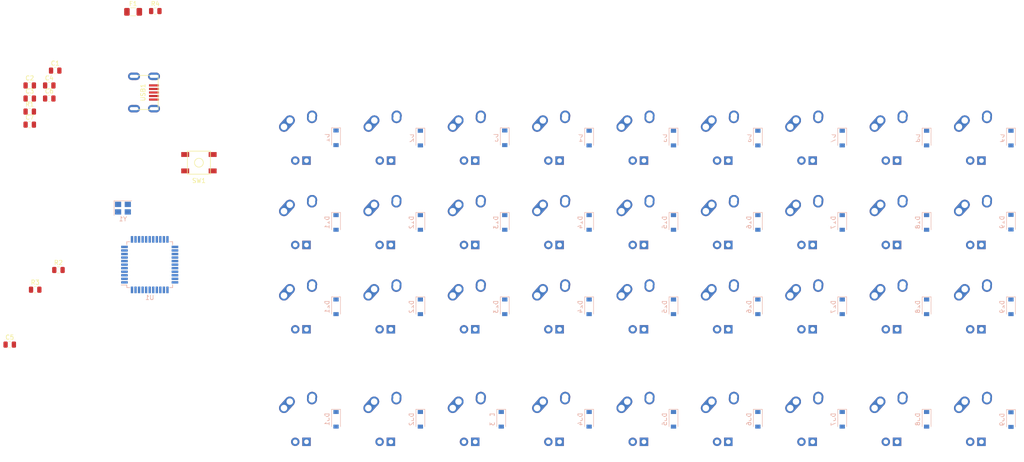
<source format=kicad_pcb>
(kicad_pcb (version 20171130) (host pcbnew "(5.1.4)-1")
  (layers (0 F.Cu signal) (31 B.Cu signal) (34 B.Paste user) (35 F.Paste user) (36 B.SilkS user) (37 F.SilkS user) (38 B.Mask user) (39 F.Mask user) (44 Edge.Cuts user))
  (net 0 "")
  (net 1 GND)
  (net 2 "Net-(C1-Pad1)")
  (net 3 "Net-(C2-Pad1)")
  (net 4 "Net-(C3-Pad1)")
  (net 5 +5V)
  (net 6 "Net-(D1-Pad2)")
  (net 7 Col0)
  (net 8 "Net-(D2-Pad2)")
  (net 9 "Net-(D3-Pad2)")
  (net 10 "Net-(D4-Pad2)")
  (net 11 "Net-(D5-Pad2)")
  (net 12 "Net-(D6-Pad2)")
  (net 13 "Net-(D7-Pad2)")
  (net 14 "Net-(D8-Pad2)")
  (net 15 "Net-(D9-Pad2)")
  (net 16 "Net-(D11-Pad2)")
  (net 17 "Net-(D12-Pad2)")
  (net 18 "Net-(D13-Pad2)")
  (net 19 "Net-(D14-Pad2)")
  (net 20 "Net-(D15-Pad2)")
  (net 21 "Net-(D16-Pad2)")
  (net 22 "Net-(D17-Pad2)")
  (net 23 "Net-(D18-Pad2)")
  (net 24 "Net-(D19-Pad2)")
  (net 25 "Net-(D21-Pad2)")
  (net 26 "Net-(D22-Pad2)")
  (net 27 "Net-(D23-Pad2)")
  (net 28 "Net-(D24-Pad2)")
  (net 29 "Net-(D25-Pad2)")
  (net 30 "Net-(D26-Pad2)")
  (net 31 "Net-(D27-Pad2)")
  (net 32 "Net-(D28-Pad2)")
  (net 33 "Net-(D29-Pad2)")
  (net 34 "Net-(D31-Pad2)")
  (net 35 "Net-(D32-Pad2)")
  (net 36 "Net-(D33-Pad2)")
  (net 37 "Net-(D34-Pad2)")
  (net 38 "Net-(D35-Pad2)")
  (net 39 "Net-(D36-Pad2)")
  (net 40 "Net-(D37-Pad2)")
  (net 41 "Net-(D38-Pad2)")
  (net 42 "Net-(D39-Pad2)")
  (net 43 VCC)
  (net 44 "Net-(R1-Pad2)")
  (net 45 D+)
  (net 46 "Net-(R2-Pad1)")
  (net 47 D-)
  (net 48 "Net-(R3-Pad1)")
  (net 49 "Net-(R4-Pad2)")
  (net 50 "Net-(U1-Pad24)")
  (net 51 "Net-(U1-Pad15)")
  (net 52 "Net-(U1-Pad42)")
  (net 53 "Net-(U1-Pad41)")
  (net 54 "Net-(U1-Pad40)")
  (net 55 "Net-(U1-Pad39)")
  (net 56 "Net-(U1-Pad38)")
  (net 57 "Net-(U1-Pad37)")
  (net 58 "Net-(U1-Pad36)")
  (net 59 "Net-(U1-Pad32)")
  (net 60 "Net-(U1-Pad31)")
  (net 61 "Net-(U1-Pad30)")
  (net 62 "Net-(U1-Pad29)")
  (net 63 "Net-(U1-Pad28)")
  (net 64 "Net-(U1-Pad27)")
  (net 65 "Net-(U1-Pad26)")
  (net 66 "Net-(U1-Pad25)")
  (net 67 "Net-(U1-Pad22)")
  (net 68 "Net-(U1-Pad21)")
  (net 69 "Net-(U1-Pad20)")
  (net 70 "Net-(U1-Pad19)")
  (net 71 "Net-(U1-Pad18)")
  (net 72 "Net-(U1-Pad12)")
  (net 73 "Net-(U1-Pad11)")
  (net 74 "Net-(U1-Pad10)")
  (net 75 "Net-(U1-Pad9)")
  (net 76 "Net-(U1-Pad8)")
  (net 77 "Net-(U1-Pad1)")
  (net 78 "Net-(USB1-Pad6)")
  (net 79 "Net-(USB1-Pad2)")
  (module Diode_SMD:D_SOD-123 (layer B.Cu) (at 166.6875 44.45 270)
    (fp_text reference D18 (at 0 2 270) (layer B.SilkS) (effects (justify mirror)))
    (fp_text value SOD-123)
    (pad 2 smd rect (at 1.65 0 270) (size 0.9 1.2) (layers B.Cu B.Paste B.Mask) (net 23 "Net-(D18-Pad2)"))
    (pad 1 smd rect (at -1.65 0 270) (size 0.9 1.2) (layers B.Cu B.Paste B.Mask) (net 7 Col0))
  )
  (module Crystal:Crystal_SMD_3225-4Pin_3.2x2.5mm (layer B.Cu) (at -14.775 41.21875)
    (fp_text reference Y1 (at 0 2.45) (layer B.SilkS) (effects (justify mirror)))
    (fp_text value 16MHz)
    (pad 4 smd rect (at -1.1 0.85) (size 1.4 1.2) (layers B.Cu B.Paste B.Mask) (net 1 GND))
    (pad 3 smd rect (at 1.1 0.85) (size 1.4 1.2) (layers B.Cu B.Paste B.Mask) (net 3 "Net-(C2-Pad1)"))
    (pad 2 smd rect (at 1.1 -0.85) (size 1.4 1.2) (layers B.Cu B.Paste B.Mask) (net 1 GND))
    (pad 1 smd rect (at -1.1 -0.85) (size 1.4 1.2) (layers B.Cu B.Paste B.Mask) (net 2 "Net-(C1-Pad1)"))
  )
  (module random-keyboard-parts:Molex-0548190589 (layer F.Cu) (at -12.268749 15.103251)
    (fp_text reference USB1 (at 2.032 0 90) (layer F.SilkS))
    (fp_text value Molex-0548190589)
    (pad 6 thru_hole oval (at 0 -3.65) (size 2.7 1.7) (drill oval 1.9 0.7) (layers *.Cu *.Mask) (net 78 "Net-(USB1-Pad6)"))
    (pad 6 thru_hole oval (at 0 3.65) (size 2.7 1.7) (drill oval 1.9 0.7) (layers *.Cu *.Mask) (net 78 "Net-(USB1-Pad6)"))
    (pad 6 thru_hole oval (at 4.5 3.65) (size 2.7 1.7) (drill oval 1.9 0.7) (layers *.Cu *.Mask) (net 78 "Net-(USB1-Pad6)"))
    (pad 6 thru_hole oval (at 4.5 -3.65) (size 2.7 1.7) (drill oval 1.9 0.7) (layers *.Cu *.Mask) (net 78 "Net-(USB1-Pad6)"))
    (pad 5 smd rect (at 4.5 -1.6) (size 2.25 0.5) (layers F.Cu F.Paste F.Mask) (net 43 VCC))
    (pad 4 smd rect (at 4.5 -0.8) (size 2.25 0.5) (layers F.Cu F.Paste F.Mask) (net 47 D-))
    (pad 3 smd rect (at 4.5 0) (size 2.25 0.5) (layers F.Cu F.Paste F.Mask) (net 45 D+))
    (pad 2 smd rect (at 4.5 0.8) (size 2.25 0.5) (layers F.Cu F.Paste F.Mask) (net 79 "Net-(USB1-Pad2)"))
    (pad 1 smd rect (at 4.5 1.6) (size 2.25 0.5) (layers F.Cu F.Paste F.Mask) (net 1 GND))
  )
  (module Package_QFP:TQFP-44_10x10mm_P0.8mm (layer B.Cu) (at -8.73125 53.975)
    (fp_text reference U1 (at 0 7.45) (layer B.SilkS) (effects (justify mirror)))
    (fp_text value ATmega32U4-AU)
    (pad 44 smd rect (at -4 5.7 270) (size 1.5 0.55) (layers B.Cu B.Paste B.Mask) (net 50 "Net-(U1-Pad24)"))
    (pad 43 smd rect (at -3.2 5.7 270) (size 1.5 0.55) (layers B.Cu B.Paste B.Mask) (net 51 "Net-(U1-Pad15)"))
    (pad 42 smd rect (at -2.4 5.7 270) (size 1.5 0.55) (layers B.Cu B.Paste B.Mask) (net 52 "Net-(U1-Pad42)"))
    (pad 41 smd rect (at -1.6 5.7 270) (size 1.5 0.55) (layers B.Cu B.Paste B.Mask) (net 53 "Net-(U1-Pad41)"))
    (pad 40 smd rect (at -0.8 5.7 270) (size 1.5 0.55) (layers B.Cu B.Paste B.Mask) (net 54 "Net-(U1-Pad40)"))
    (pad 39 smd rect (at 0 5.7 270) (size 1.5 0.55) (layers B.Cu B.Paste B.Mask) (net 55 "Net-(U1-Pad39)"))
    (pad 38 smd rect (at 0.8 5.7 270) (size 1.5 0.55) (layers B.Cu B.Paste B.Mask) (net 56 "Net-(U1-Pad38)"))
    (pad 37 smd rect (at 1.6 5.7 270) (size 1.5 0.55) (layers B.Cu B.Paste B.Mask) (net 57 "Net-(U1-Pad37)"))
    (pad 36 smd rect (at 2.4 5.7 270) (size 1.5 0.55) (layers B.Cu B.Paste B.Mask) (net 58 "Net-(U1-Pad36)"))
    (pad 35 smd rect (at 3.2 5.7 270) (size 1.5 0.55) (layers B.Cu B.Paste B.Mask) (net 51 "Net-(U1-Pad15)"))
    (pad 34 smd rect (at 4 5.7 270) (size 1.5 0.55) (layers B.Cu B.Paste B.Mask) (net 5 +5V))
    (pad 33 smd rect (at 5.7 4) (size 1.5 0.55) (layers B.Cu B.Paste B.Mask) (net 49 "Net-(R4-Pad2)"))
    (pad 32 smd rect (at 5.7 3.2) (size 1.5 0.55) (layers B.Cu B.Paste B.Mask) (net 59 "Net-(U1-Pad32)"))
    (pad 31 smd rect (at 5.7 2.4) (size 1.5 0.55) (layers B.Cu B.Paste B.Mask) (net 60 "Net-(U1-Pad31)"))
    (pad 30 smd rect (at 5.7 1.6) (size 1.5 0.55) (layers B.Cu B.Paste B.Mask) (net 61 "Net-(U1-Pad30)"))
    (pad 29 smd rect (at 5.7 0.8) (size 1.5 0.55) (layers B.Cu B.Paste B.Mask) (net 62 "Net-(U1-Pad29)"))
    (pad 28 smd rect (at 5.7 0) (size 1.5 0.55) (layers B.Cu B.Paste B.Mask) (net 63 "Net-(U1-Pad28)"))
    (pad 27 smd rect (at 5.7 -0.8) (size 1.5 0.55) (layers B.Cu B.Paste B.Mask) (net 64 "Net-(U1-Pad27)"))
    (pad 26 smd rect (at 5.7 -1.6) (size 1.5 0.55) (layers B.Cu B.Paste B.Mask) (net 65 "Net-(U1-Pad26)"))
    (pad 25 smd rect (at 5.7 -2.4) (size 1.5 0.55) (layers B.Cu B.Paste B.Mask) (net 66 "Net-(U1-Pad25)"))
    (pad 24 smd rect (at 5.7 -3.2) (size 1.5 0.55) (layers B.Cu B.Paste B.Mask) (net 50 "Net-(U1-Pad24)"))
    (pad 23 smd rect (at 5.7 -4) (size 1.5 0.55) (layers B.Cu B.Paste B.Mask) (net 51 "Net-(U1-Pad15)"))
    (pad 22 smd rect (at 4 -5.7 270) (size 1.5 0.55) (layers B.Cu B.Paste B.Mask) (net 67 "Net-(U1-Pad22)"))
    (pad 21 smd rect (at 3.2 -5.7 270) (size 1.5 0.55) (layers B.Cu B.Paste B.Mask) (net 68 "Net-(U1-Pad21)"))
    (pad 20 smd rect (at 2.4 -5.7 270) (size 1.5 0.55) (layers B.Cu B.Paste B.Mask) (net 69 "Net-(U1-Pad20)"))
    (pad 19 smd rect (at 1.6 -5.7 270) (size 1.5 0.55) (layers B.Cu B.Paste B.Mask) (net 70 "Net-(U1-Pad19)"))
    (pad 18 smd rect (at 0.8 -5.7 270) (size 1.5 0.55) (layers B.Cu B.Paste B.Mask) (net 71 "Net-(U1-Pad18)"))
    (pad 17 smd rect (at 0 -5.7 270) (size 1.5 0.55) (layers B.Cu B.Paste B.Mask) (net 2 "Net-(C1-Pad1)"))
    (pad 16 smd rect (at -0.8 -5.7 270) (size 1.5 0.55) (layers B.Cu B.Paste B.Mask) (net 3 "Net-(C2-Pad1)"))
    (pad 15 smd rect (at -1.6 -5.7 270) (size 1.5 0.55) (layers B.Cu B.Paste B.Mask) (net 51 "Net-(U1-Pad15)"))
    (pad 14 smd rect (at -2.4 -5.7 270) (size 1.5 0.55) (layers B.Cu B.Paste B.Mask) (net 5 +5V))
    (pad 13 smd rect (at -3.2 -5.7 270) (size 1.5 0.55) (layers B.Cu B.Paste B.Mask) (net 44 "Net-(R1-Pad2)"))
    (pad 12 smd rect (at -4 -5.7 270) (size 1.5 0.55) (layers B.Cu B.Paste B.Mask) (net 72 "Net-(U1-Pad12)"))
    (pad 11 smd rect (at -5.7 -4) (size 1.5 0.55) (layers B.Cu B.Paste B.Mask) (net 73 "Net-(U1-Pad11)"))
    (pad 10 smd rect (at -5.7 -3.2) (size 1.5 0.55) (layers B.Cu B.Paste B.Mask) (net 74 "Net-(U1-Pad10)"))
    (pad 9 smd rect (at -5.7 -2.4) (size 1.5 0.55) (layers B.Cu B.Paste B.Mask) (net 75 "Net-(U1-Pad9)"))
    (pad 8 smd rect (at -5.7 -1.6) (size 1.5 0.55) (layers B.Cu B.Paste B.Mask) (net 76 "Net-(U1-Pad8)"))
    (pad 7 smd rect (at -5.7 -0.8) (size 1.5 0.55) (layers B.Cu B.Paste B.Mask) (net 5 +5V))
    (pad 6 smd rect (at -5.7 0) (size 1.5 0.55) (layers B.Cu B.Paste B.Mask) (net 4 "Net-(C3-Pad1)"))
    (pad 5 smd rect (at -5.7 0.8) (size 1.5 0.55) (layers B.Cu B.Paste B.Mask) (net 1 GND))
    (pad 4 smd rect (at -5.7 1.6) (size 1.5 0.55) (layers B.Cu B.Paste B.Mask) (net 46 "Net-(R2-Pad1)"))
    (pad 3 smd rect (at -5.7 2.4) (size 1.5 0.55) (layers B.Cu B.Paste B.Mask) (net 48 "Net-(R3-Pad1)"))
    (pad 2 smd rect (at -5.7 3.2) (size 1.5 0.55) (layers B.Cu B.Paste B.Mask) (net 5 +5V))
    (pad 1 smd rect (at -5.7 4) (size 1.5 0.55) (layers B.Cu B.Paste B.Mask) (net 77 "Net-(U1-Pad1)"))
  )
  (module random-keyboard-parts:SKQG-1155865 (layer F.Cu) (at 2.38125 30.95625)
    (fp_text reference SW1 (at 0 4.064) (layer F.SilkS))
    (fp_text value SW_Push)
    (pad 4 smd rect (at -3.1 1.85) (size 1.8 1.1) (layers F.Cu F.Paste F.Mask))
    (pad 3 smd rect (at 3.1 -1.85) (size 1.8 1.1) (layers F.Cu F.Paste F.Mask))
    (pad 2 smd rect (at -3.1 -1.85) (size 1.8 1.1) (layers F.Cu F.Paste F.Mask) (net 44 "Net-(R1-Pad2)"))
    (pad 1 smd rect (at 3.1 1.85) (size 1.8 1.1) (layers F.Cu F.Paste F.Mask) (net 1 GND))
  )
  (module Resistor_SMD:R_0805_2012Metric (layer F.Cu) (at -7.466249 -3.281249)
    (fp_text reference R4 (at 0 -1.65) (layer F.SilkS))
    (fp_text value 10k)
    (pad 2 smd roundrect (at 0.9375 0) (size 0.975 1.4) (layers F.Cu F.Paste F.Mask) (net 49 "Net-(R4-Pad2)"))
    (pad 1 smd roundrect (at -0.9375 0) (size 0.975 1.4) (layers F.Cu F.Paste F.Mask) (net 1 GND))
  )
  (module Resistor_SMD:R_0805_2012Metric (layer F.Cu) (at -34.588749 59.631251)
    (fp_text reference R3 (at 0 -1.65) (layer F.SilkS))
    (fp_text value 22)
    (pad 2 smd roundrect (at 0.9375 0) (size 0.975 1.4) (layers F.Cu F.Paste F.Mask) (net 47 D-))
    (pad 1 smd roundrect (at -0.9375 0) (size 0.975 1.4) (layers F.Cu F.Paste F.Mask) (net 48 "Net-(R3-Pad1)"))
  )
  (module Resistor_SMD:R_0805_2012Metric (layer F.Cu) (at -29.338749 55.181251)
    (fp_text reference R2 (at 0 -1.65) (layer F.SilkS))
    (fp_text value 22)
    (pad 2 smd roundrect (at 0.9375 0) (size 0.975 1.4) (layers F.Cu F.Paste F.Mask) (net 45 D+))
    (pad 1 smd roundrect (at -0.9375 0) (size 0.975 1.4) (layers F.Cu F.Paste F.Mask) (net 46 "Net-(R2-Pad1)"))
  )
  (module Resistor_SMD:R_0805_2012Metric (layer F.Cu) (at -35.819999 19.415001)
    (fp_text reference R1 (at 0 -1.65) (layer F.SilkS))
    (fp_text value 10k)
    (pad 2 smd roundrect (at 0.9375 0) (size 0.975 1.4) (layers F.Cu F.Paste F.Mask) (net 44 "Net-(R1-Pad2)"))
    (pad 1 smd roundrect (at -0.9375 0) (size 0.975 1.4) (layers F.Cu F.Paste F.Mask) (net 5 +5V))
  )
  (module MX_Alps_Hybrid:MX-1U (layer F.Cu) (at 177.8 88.9)
    (fp_text reference MX39)
    (fp_text value MX-NoLED)
    (pad "" np_thru_hole circle (at 5.08 0 48.0996) (size 1.75 1.75) (drill 1.75) (layers *.Cu *.Mask))
    (pad "" np_thru_hole circle (at -5.08 0 48.0996) (size 1.75 1.75) (drill 1.75) (layers *.Cu *.Mask))
    (pad 4 thru_hole rect (at 1.27 5.08) (size 1.905 1.905) (drill 1.04) (layers *.Cu B.Mask))
    (pad 3 thru_hole circle (at -1.27 5.08) (size 1.905 1.905) (drill 1.04) (layers *.Cu B.Mask))
    (pad 1 thru_hole circle (at -2.5 -4) (size 2.25 2.25) (drill 1.47) (layers *.Cu B.Mask) (net 7 Col0))
    (pad "" np_thru_hole circle (at 0 0) (size 3.9878 3.9878) (drill 3.9878) (layers *.Cu *.Mask))
    (pad 1 thru_hole oval (at -3.81 -2.54 48.0996) (size 4.211556 2.25) (drill 1.47 (offset 0.980778 0)) (layers *.Cu B.Mask) (net 7 Col0))
    (pad 2 thru_hole circle (at 2.54 -5.08) (size 2.25 2.25) (drill 1.47) (layers *.Cu B.Mask) (net 42 "Net-(D39-Pad2)"))
    (pad 2 thru_hole oval (at 2.5 -4.5 86.0548) (size 2.831378 2.25) (drill 1.47 (offset 0.290689 0)) (layers *.Cu B.Mask) (net 42 "Net-(D39-Pad2)"))
  )
  (module MX_Alps_Hybrid:MX-1U (layer F.Cu) (at 158.75 88.9)
    (fp_text reference MX38)
    (fp_text value MX-NoLED)
    (pad "" np_thru_hole circle (at 5.08 0 48.0996) (size 1.75 1.75) (drill 1.75) (layers *.Cu *.Mask))
    (pad "" np_thru_hole circle (at -5.08 0 48.0996) (size 1.75 1.75) (drill 1.75) (layers *.Cu *.Mask))
    (pad 4 thru_hole rect (at 1.27 5.08) (size 1.905 1.905) (drill 1.04) (layers *.Cu B.Mask))
    (pad 3 thru_hole circle (at -1.27 5.08) (size 1.905 1.905) (drill 1.04) (layers *.Cu B.Mask))
    (pad 1 thru_hole circle (at -2.5 -4) (size 2.25 2.25) (drill 1.47) (layers *.Cu B.Mask) (net 7 Col0))
    (pad "" np_thru_hole circle (at 0 0) (size 3.9878 3.9878) (drill 3.9878) (layers *.Cu *.Mask))
    (pad 1 thru_hole oval (at -3.81 -2.54 48.0996) (size 4.211556 2.25) (drill 1.47 (offset 0.980778 0)) (layers *.Cu B.Mask) (net 7 Col0))
    (pad 2 thru_hole circle (at 2.54 -5.08) (size 2.25 2.25) (drill 1.47) (layers *.Cu B.Mask) (net 41 "Net-(D38-Pad2)"))
    (pad 2 thru_hole oval (at 2.5 -4.5 86.0548) (size 2.831378 2.25) (drill 1.47 (offset 0.290689 0)) (layers *.Cu B.Mask) (net 41 "Net-(D38-Pad2)"))
  )
  (module MX_Alps_Hybrid:MX-1U (layer F.Cu) (at 139.7 88.9)
    (fp_text reference MX37)
    (fp_text value MX-NoLED)
    (pad "" np_thru_hole circle (at 5.08 0 48.0996) (size 1.75 1.75) (drill 1.75) (layers *.Cu *.Mask))
    (pad "" np_thru_hole circle (at -5.08 0 48.0996) (size 1.75 1.75) (drill 1.75) (layers *.Cu *.Mask))
    (pad 4 thru_hole rect (at 1.27 5.08) (size 1.905 1.905) (drill 1.04) (layers *.Cu B.Mask))
    (pad 3 thru_hole circle (at -1.27 5.08) (size 1.905 1.905) (drill 1.04) (layers *.Cu B.Mask))
    (pad 1 thru_hole circle (at -2.5 -4) (size 2.25 2.25) (drill 1.47) (layers *.Cu B.Mask) (net 7 Col0))
    (pad "" np_thru_hole circle (at 0 0) (size 3.9878 3.9878) (drill 3.9878) (layers *.Cu *.Mask))
    (pad 1 thru_hole oval (at -3.81 -2.54 48.0996) (size 4.211556 2.25) (drill 1.47 (offset 0.980778 0)) (layers *.Cu B.Mask) (net 7 Col0))
    (pad 2 thru_hole circle (at 2.54 -5.08) (size 2.25 2.25) (drill 1.47) (layers *.Cu B.Mask) (net 40 "Net-(D37-Pad2)"))
    (pad 2 thru_hole oval (at 2.5 -4.5 86.0548) (size 2.831378 2.25) (drill 1.47 (offset 0.290689 0)) (layers *.Cu B.Mask) (net 40 "Net-(D37-Pad2)"))
  )
  (module MX_Alps_Hybrid:MX-1U (layer F.Cu) (at 120.65 88.9)
    (fp_text reference MX36)
    (fp_text value MX-NoLED)
    (pad "" np_thru_hole circle (at 5.08 0 48.0996) (size 1.75 1.75) (drill 1.75) (layers *.Cu *.Mask))
    (pad "" np_thru_hole circle (at -5.08 0 48.0996) (size 1.75 1.75) (drill 1.75) (layers *.Cu *.Mask))
    (pad 4 thru_hole rect (at 1.27 5.08) (size 1.905 1.905) (drill 1.04) (layers *.Cu B.Mask))
    (pad 3 thru_hole circle (at -1.27 5.08) (size 1.905 1.905) (drill 1.04) (layers *.Cu B.Mask))
    (pad 1 thru_hole circle (at -2.5 -4) (size 2.25 2.25) (drill 1.47) (layers *.Cu B.Mask) (net 7 Col0))
    (pad "" np_thru_hole circle (at 0 0) (size 3.9878 3.9878) (drill 3.9878) (layers *.Cu *.Mask))
    (pad 1 thru_hole oval (at -3.81 -2.54 48.0996) (size 4.211556 2.25) (drill 1.47 (offset 0.980778 0)) (layers *.Cu B.Mask) (net 7 Col0))
    (pad 2 thru_hole circle (at 2.54 -5.08) (size 2.25 2.25) (drill 1.47) (layers *.Cu B.Mask) (net 39 "Net-(D36-Pad2)"))
    (pad 2 thru_hole oval (at 2.5 -4.5 86.0548) (size 2.831378 2.25) (drill 1.47 (offset 0.290689 0)) (layers *.Cu B.Mask) (net 39 "Net-(D36-Pad2)"))
  )
  (module MX_Alps_Hybrid:MX-1U (layer F.Cu) (at 101.6 88.9)
    (fp_text reference MX35)
    (fp_text value MX-NoLED)
    (pad "" np_thru_hole circle (at 5.08 0 48.0996) (size 1.75 1.75) (drill 1.75) (layers *.Cu *.Mask))
    (pad "" np_thru_hole circle (at -5.08 0 48.0996) (size 1.75 1.75) (drill 1.75) (layers *.Cu *.Mask))
    (pad 4 thru_hole rect (at 1.27 5.08) (size 1.905 1.905) (drill 1.04) (layers *.Cu B.Mask))
    (pad 3 thru_hole circle (at -1.27 5.08) (size 1.905 1.905) (drill 1.04) (layers *.Cu B.Mask))
    (pad 1 thru_hole circle (at -2.5 -4) (size 2.25 2.25) (drill 1.47) (layers *.Cu B.Mask) (net 7 Col0))
    (pad "" np_thru_hole circle (at 0 0) (size 3.9878 3.9878) (drill 3.9878) (layers *.Cu *.Mask))
    (pad 1 thru_hole oval (at -3.81 -2.54 48.0996) (size 4.211556 2.25) (drill 1.47 (offset 0.980778 0)) (layers *.Cu B.Mask) (net 7 Col0))
    (pad 2 thru_hole circle (at 2.54 -5.08) (size 2.25 2.25) (drill 1.47) (layers *.Cu B.Mask) (net 38 "Net-(D35-Pad2)"))
    (pad 2 thru_hole oval (at 2.5 -4.5 86.0548) (size 2.831378 2.25) (drill 1.47 (offset 0.290689 0)) (layers *.Cu B.Mask) (net 38 "Net-(D35-Pad2)"))
  )
  (module MX_Alps_Hybrid:MX-1U (layer F.Cu) (at 82.55 88.9)
    (fp_text reference MX34)
    (fp_text value MX-NoLED)
    (pad "" np_thru_hole circle (at 5.08 0 48.0996) (size 1.75 1.75) (drill 1.75) (layers *.Cu *.Mask))
    (pad "" np_thru_hole circle (at -5.08 0 48.0996) (size 1.75 1.75) (drill 1.75) (layers *.Cu *.Mask))
    (pad 4 thru_hole rect (at 1.27 5.08) (size 1.905 1.905) (drill 1.04) (layers *.Cu B.Mask))
    (pad 3 thru_hole circle (at -1.27 5.08) (size 1.905 1.905) (drill 1.04) (layers *.Cu B.Mask))
    (pad 1 thru_hole circle (at -2.5 -4) (size 2.25 2.25) (drill 1.47) (layers *.Cu B.Mask) (net 7 Col0))
    (pad "" np_thru_hole circle (at 0 0) (size 3.9878 3.9878) (drill 3.9878) (layers *.Cu *.Mask))
    (pad 1 thru_hole oval (at -3.81 -2.54 48.0996) (size 4.211556 2.25) (drill 1.47 (offset 0.980778 0)) (layers *.Cu B.Mask) (net 7 Col0))
    (pad 2 thru_hole circle (at 2.54 -5.08) (size 2.25 2.25) (drill 1.47) (layers *.Cu B.Mask) (net 37 "Net-(D34-Pad2)"))
    (pad 2 thru_hole oval (at 2.5 -4.5 86.0548) (size 2.831378 2.25) (drill 1.47 (offset 0.290689 0)) (layers *.Cu B.Mask) (net 37 "Net-(D34-Pad2)"))
  )
  (module MX_Alps_Hybrid:MX-1U (layer F.Cu) (at 63.5 88.9)
    (fp_text reference MX33)
    (fp_text value MX-NoLED)
    (pad "" np_thru_hole circle (at 5.08 0 48.0996) (size 1.75 1.75) (drill 1.75) (layers *.Cu *.Mask))
    (pad "" np_thru_hole circle (at -5.08 0 48.0996) (size 1.75 1.75) (drill 1.75) (layers *.Cu *.Mask))
    (pad 4 thru_hole rect (at 1.27 5.08) (size 1.905 1.905) (drill 1.04) (layers *.Cu B.Mask))
    (pad 3 thru_hole circle (at -1.27 5.08) (size 1.905 1.905) (drill 1.04) (layers *.Cu B.Mask))
    (pad 1 thru_hole circle (at -2.5 -4) (size 2.25 2.25) (drill 1.47) (layers *.Cu B.Mask) (net 7 Col0))
    (pad "" np_thru_hole circle (at 0 0) (size 3.9878 3.9878) (drill 3.9878) (layers *.Cu *.Mask))
    (pad 1 thru_hole oval (at -3.81 -2.54 48.0996) (size 4.211556 2.25) (drill 1.47 (offset 0.980778 0)) (layers *.Cu B.Mask) (net 7 Col0))
    (pad 2 thru_hole circle (at 2.54 -5.08) (size 2.25 2.25) (drill 1.47) (layers *.Cu B.Mask) (net 36 "Net-(D33-Pad2)"))
    (pad 2 thru_hole oval (at 2.5 -4.5 86.0548) (size 2.831378 2.25) (drill 1.47 (offset 0.290689 0)) (layers *.Cu B.Mask) (net 36 "Net-(D33-Pad2)"))
  )
  (module MX_Alps_Hybrid:MX-1U (layer F.Cu) (at 44.45 88.9)
    (fp_text reference MX32)
    (fp_text value MX-NoLED)
    (pad "" np_thru_hole circle (at 5.08 0 48.0996) (size 1.75 1.75) (drill 1.75) (layers *.Cu *.Mask))
    (pad "" np_thru_hole circle (at -5.08 0 48.0996) (size 1.75 1.75) (drill 1.75) (layers *.Cu *.Mask))
    (pad 4 thru_hole rect (at 1.27 5.08) (size 1.905 1.905) (drill 1.04) (layers *.Cu B.Mask))
    (pad 3 thru_hole circle (at -1.27 5.08) (size 1.905 1.905) (drill 1.04) (layers *.Cu B.Mask))
    (pad 1 thru_hole circle (at -2.5 -4) (size 2.25 2.25) (drill 1.47) (layers *.Cu B.Mask) (net 7 Col0))
    (pad "" np_thru_hole circle (at 0 0) (size 3.9878 3.9878) (drill 3.9878) (layers *.Cu *.Mask))
    (pad 1 thru_hole oval (at -3.81 -2.54 48.0996) (size 4.211556 2.25) (drill 1.47 (offset 0.980778 0)) (layers *.Cu B.Mask) (net 7 Col0))
    (pad 2 thru_hole circle (at 2.54 -5.08) (size 2.25 2.25) (drill 1.47) (layers *.Cu B.Mask) (net 35 "Net-(D32-Pad2)"))
    (pad 2 thru_hole oval (at 2.5 -4.5 86.0548) (size 2.831378 2.25) (drill 1.47 (offset 0.290689 0)) (layers *.Cu B.Mask) (net 35 "Net-(D32-Pad2)"))
  )
  (module MX_Alps_Hybrid:MX-1U (layer F.Cu) (at 25.4 88.9)
    (fp_text reference MX31)
    (fp_text value MX-NoLED)
    (pad "" np_thru_hole circle (at 5.08 0 48.0996) (size 1.75 1.75) (drill 1.75) (layers *.Cu *.Mask))
    (pad "" np_thru_hole circle (at -5.08 0 48.0996) (size 1.75 1.75) (drill 1.75) (layers *.Cu *.Mask))
    (pad 4 thru_hole rect (at 1.27 5.08) (size 1.905 1.905) (drill 1.04) (layers *.Cu B.Mask))
    (pad 3 thru_hole circle (at -1.27 5.08) (size 1.905 1.905) (drill 1.04) (layers *.Cu B.Mask))
    (pad 1 thru_hole circle (at -2.5 -4) (size 2.25 2.25) (drill 1.47) (layers *.Cu B.Mask) (net 7 Col0))
    (pad "" np_thru_hole circle (at 0 0) (size 3.9878 3.9878) (drill 3.9878) (layers *.Cu *.Mask))
    (pad 1 thru_hole oval (at -3.81 -2.54 48.0996) (size 4.211556 2.25) (drill 1.47 (offset 0.980778 0)) (layers *.Cu B.Mask) (net 7 Col0))
    (pad 2 thru_hole circle (at 2.54 -5.08) (size 2.25 2.25) (drill 1.47) (layers *.Cu B.Mask) (net 34 "Net-(D31-Pad2)"))
    (pad 2 thru_hole oval (at 2.5 -4.5 86.0548) (size 2.831378 2.25) (drill 1.47 (offset 0.290689 0)) (layers *.Cu B.Mask) (net 34 "Net-(D31-Pad2)"))
  )
  (module MX_Alps_Hybrid:MX-1U (layer F.Cu) (at 177.8 63.5)
    (fp_text reference MX29)
    (fp_text value MX-NoLED)
    (pad "" np_thru_hole circle (at 5.08 0 48.0996) (size 1.75 1.75) (drill 1.75) (layers *.Cu *.Mask))
    (pad "" np_thru_hole circle (at -5.08 0 48.0996) (size 1.75 1.75) (drill 1.75) (layers *.Cu *.Mask))
    (pad 4 thru_hole rect (at 1.27 5.08) (size 1.905 1.905) (drill 1.04) (layers *.Cu B.Mask))
    (pad 3 thru_hole circle (at -1.27 5.08) (size 1.905 1.905) (drill 1.04) (layers *.Cu B.Mask))
    (pad 1 thru_hole circle (at -2.5 -4) (size 2.25 2.25) (drill 1.47) (layers *.Cu B.Mask) (net 7 Col0))
    (pad "" np_thru_hole circle (at 0 0) (size 3.9878 3.9878) (drill 3.9878) (layers *.Cu *.Mask))
    (pad 1 thru_hole oval (at -3.81 -2.54 48.0996) (size 4.211556 2.25) (drill 1.47 (offset 0.980778 0)) (layers *.Cu B.Mask) (net 7 Col0))
    (pad 2 thru_hole circle (at 2.54 -5.08) (size 2.25 2.25) (drill 1.47) (layers *.Cu B.Mask) (net 33 "Net-(D29-Pad2)"))
    (pad 2 thru_hole oval (at 2.5 -4.5 86.0548) (size 2.831378 2.25) (drill 1.47 (offset 0.290689 0)) (layers *.Cu B.Mask) (net 33 "Net-(D29-Pad2)"))
  )
  (module MX_Alps_Hybrid:MX-1U (layer F.Cu) (at 158.75 63.5)
    (fp_text reference MX28)
    (fp_text value MX-NoLED)
    (pad "" np_thru_hole circle (at 5.08 0 48.0996) (size 1.75 1.75) (drill 1.75) (layers *.Cu *.Mask))
    (pad "" np_thru_hole circle (at -5.08 0 48.0996) (size 1.75 1.75) (drill 1.75) (layers *.Cu *.Mask))
    (pad 4 thru_hole rect (at 1.27 5.08) (size 1.905 1.905) (drill 1.04) (layers *.Cu B.Mask))
    (pad 3 thru_hole circle (at -1.27 5.08) (size 1.905 1.905) (drill 1.04) (layers *.Cu B.Mask))
    (pad 1 thru_hole circle (at -2.5 -4) (size 2.25 2.25) (drill 1.47) (layers *.Cu B.Mask) (net 7 Col0))
    (pad "" np_thru_hole circle (at 0 0) (size 3.9878 3.9878) (drill 3.9878) (layers *.Cu *.Mask))
    (pad 1 thru_hole oval (at -3.81 -2.54 48.0996) (size 4.211556 2.25) (drill 1.47 (offset 0.980778 0)) (layers *.Cu B.Mask) (net 7 Col0))
    (pad 2 thru_hole circle (at 2.54 -5.08) (size 2.25 2.25) (drill 1.47) (layers *.Cu B.Mask) (net 32 "Net-(D28-Pad2)"))
    (pad 2 thru_hole oval (at 2.5 -4.5 86.0548) (size 2.831378 2.25) (drill 1.47 (offset 0.290689 0)) (layers *.Cu B.Mask) (net 32 "Net-(D28-Pad2)"))
  )
  (module MX_Alps_Hybrid:MX-1U (layer F.Cu) (at 139.7 63.5)
    (fp_text reference MX27)
    (fp_text value MX-NoLED)
    (pad "" np_thru_hole circle (at 5.08 0 48.0996) (size 1.75 1.75) (drill 1.75) (layers *.Cu *.Mask))
    (pad "" np_thru_hole circle (at -5.08 0 48.0996) (size 1.75 1.75) (drill 1.75) (layers *.Cu *.Mask))
    (pad 4 thru_hole rect (at 1.27 5.08) (size 1.905 1.905) (drill 1.04) (layers *.Cu B.Mask))
    (pad 3 thru_hole circle (at -1.27 5.08) (size 1.905 1.905) (drill 1.04) (layers *.Cu B.Mask))
    (pad 1 thru_hole circle (at -2.5 -4) (size 2.25 2.25) (drill 1.47) (layers *.Cu B.Mask) (net 7 Col0))
    (pad "" np_thru_hole circle (at 0 0) (size 3.9878 3.9878) (drill 3.9878) (layers *.Cu *.Mask))
    (pad 1 thru_hole oval (at -3.81 -2.54 48.0996) (size 4.211556 2.25) (drill 1.47 (offset 0.980778 0)) (layers *.Cu B.Mask) (net 7 Col0))
    (pad 2 thru_hole circle (at 2.54 -5.08) (size 2.25 2.25) (drill 1.47) (layers *.Cu B.Mask) (net 31 "Net-(D27-Pad2)"))
    (pad 2 thru_hole oval (at 2.5 -4.5 86.0548) (size 2.831378 2.25) (drill 1.47 (offset 0.290689 0)) (layers *.Cu B.Mask) (net 31 "Net-(D27-Pad2)"))
  )
  (module MX_Alps_Hybrid:MX-1U (layer F.Cu) (at 120.65 63.5)
    (fp_text reference MX26)
    (fp_text value MX-NoLED)
    (pad "" np_thru_hole circle (at 5.08 0 48.0996) (size 1.75 1.75) (drill 1.75) (layers *.Cu *.Mask))
    (pad "" np_thru_hole circle (at -5.08 0 48.0996) (size 1.75 1.75) (drill 1.75) (layers *.Cu *.Mask))
    (pad 4 thru_hole rect (at 1.27 5.08) (size 1.905 1.905) (drill 1.04) (layers *.Cu B.Mask))
    (pad 3 thru_hole circle (at -1.27 5.08) (size 1.905 1.905) (drill 1.04) (layers *.Cu B.Mask))
    (pad 1 thru_hole circle (at -2.5 -4) (size 2.25 2.25) (drill 1.47) (layers *.Cu B.Mask) (net 7 Col0))
    (pad "" np_thru_hole circle (at 0 0) (size 3.9878 3.9878) (drill 3.9878) (layers *.Cu *.Mask))
    (pad 1 thru_hole oval (at -3.81 -2.54 48.0996) (size 4.211556 2.25) (drill 1.47 (offset 0.980778 0)) (layers *.Cu B.Mask) (net 7 Col0))
    (pad 2 thru_hole circle (at 2.54 -5.08) (size 2.25 2.25) (drill 1.47) (layers *.Cu B.Mask) (net 30 "Net-(D26-Pad2)"))
    (pad 2 thru_hole oval (at 2.5 -4.5 86.0548) (size 2.831378 2.25) (drill 1.47 (offset 0.290689 0)) (layers *.Cu B.Mask) (net 30 "Net-(D26-Pad2)"))
  )
  (module MX_Alps_Hybrid:MX-1U (layer F.Cu) (at 101.6 63.5)
    (fp_text reference MX25)
    (fp_text value MX-NoLED)
    (pad "" np_thru_hole circle (at 5.08 0 48.0996) (size 1.75 1.75) (drill 1.75) (layers *.Cu *.Mask))
    (pad "" np_thru_hole circle (at -5.08 0 48.0996) (size 1.75 1.75) (drill 1.75) (layers *.Cu *.Mask))
    (pad 4 thru_hole rect (at 1.27 5.08) (size 1.905 1.905) (drill 1.04) (layers *.Cu B.Mask))
    (pad 3 thru_hole circle (at -1.27 5.08) (size 1.905 1.905) (drill 1.04) (layers *.Cu B.Mask))
    (pad 1 thru_hole circle (at -2.5 -4) (size 2.25 2.25) (drill 1.47) (layers *.Cu B.Mask) (net 7 Col0))
    (pad "" np_thru_hole circle (at 0 0) (size 3.9878 3.9878) (drill 3.9878) (layers *.Cu *.Mask))
    (pad 1 thru_hole oval (at -3.81 -2.54 48.0996) (size 4.211556 2.25) (drill 1.47 (offset 0.980778 0)) (layers *.Cu B.Mask) (net 7 Col0))
    (pad 2 thru_hole circle (at 2.54 -5.08) (size 2.25 2.25) (drill 1.47) (layers *.Cu B.Mask) (net 29 "Net-(D25-Pad2)"))
    (pad 2 thru_hole oval (at 2.5 -4.5 86.0548) (size 2.831378 2.25) (drill 1.47 (offset 0.290689 0)) (layers *.Cu B.Mask) (net 29 "Net-(D25-Pad2)"))
  )
  (module MX_Alps_Hybrid:MX-1U (layer F.Cu) (at 82.55 63.5)
    (fp_text reference MX24)
    (fp_text value MX-NoLED)
    (pad "" np_thru_hole circle (at 5.08 0 48.0996) (size 1.75 1.75) (drill 1.75) (layers *.Cu *.Mask))
    (pad "" np_thru_hole circle (at -5.08 0 48.0996) (size 1.75 1.75) (drill 1.75) (layers *.Cu *.Mask))
    (pad 4 thru_hole rect (at 1.27 5.08) (size 1.905 1.905) (drill 1.04) (layers *.Cu B.Mask))
    (pad 3 thru_hole circle (at -1.27 5.08) (size 1.905 1.905) (drill 1.04) (layers *.Cu B.Mask))
    (pad 1 thru_hole circle (at -2.5 -4) (size 2.25 2.25) (drill 1.47) (layers *.Cu B.Mask) (net 7 Col0))
    (pad "" np_thru_hole circle (at 0 0) (size 3.9878 3.9878) (drill 3.9878) (layers *.Cu *.Mask))
    (pad 1 thru_hole oval (at -3.81 -2.54 48.0996) (size 4.211556 2.25) (drill 1.47 (offset 0.980778 0)) (layers *.Cu B.Mask) (net 7 Col0))
    (pad 2 thru_hole circle (at 2.54 -5.08) (size 2.25 2.25) (drill 1.47) (layers *.Cu B.Mask) (net 28 "Net-(D24-Pad2)"))
    (pad 2 thru_hole oval (at 2.5 -4.5 86.0548) (size 2.831378 2.25) (drill 1.47 (offset 0.290689 0)) (layers *.Cu B.Mask) (net 28 "Net-(D24-Pad2)"))
  )
  (module MX_Alps_Hybrid:MX-1U (layer F.Cu) (at 63.5 63.5)
    (fp_text reference MX23)
    (fp_text value MX-NoLED)
    (pad "" np_thru_hole circle (at 5.08 0 48.0996) (size 1.75 1.75) (drill 1.75) (layers *.Cu *.Mask))
    (pad "" np_thru_hole circle (at -5.08 0 48.0996) (size 1.75 1.75) (drill 1.75) (layers *.Cu *.Mask))
    (pad 4 thru_hole rect (at 1.27 5.08) (size 1.905 1.905) (drill 1.04) (layers *.Cu B.Mask))
    (pad 3 thru_hole circle (at -1.27 5.08) (size 1.905 1.905) (drill 1.04) (layers *.Cu B.Mask))
    (pad 1 thru_hole circle (at -2.5 -4) (size 2.25 2.25) (drill 1.47) (layers *.Cu B.Mask) (net 7 Col0))
    (pad "" np_thru_hole circle (at 0 0) (size 3.9878 3.9878) (drill 3.9878) (layers *.Cu *.Mask))
    (pad 1 thru_hole oval (at -3.81 -2.54 48.0996) (size 4.211556 2.25) (drill 1.47 (offset 0.980778 0)) (layers *.Cu B.Mask) (net 7 Col0))
    (pad 2 thru_hole circle (at 2.54 -5.08) (size 2.25 2.25) (drill 1.47) (layers *.Cu B.Mask) (net 27 "Net-(D23-Pad2)"))
    (pad 2 thru_hole oval (at 2.5 -4.5 86.0548) (size 2.831378 2.25) (drill 1.47 (offset 0.290689 0)) (layers *.Cu B.Mask) (net 27 "Net-(D23-Pad2)"))
  )
  (module MX_Alps_Hybrid:MX-1U (layer F.Cu) (at 44.45 63.5)
    (fp_text reference MX22)
    (fp_text value MX-NoLED)
    (pad "" np_thru_hole circle (at 5.08 0 48.0996) (size 1.75 1.75) (drill 1.75) (layers *.Cu *.Mask))
    (pad "" np_thru_hole circle (at -5.08 0 48.0996) (size 1.75 1.75) (drill 1.75) (layers *.Cu *.Mask))
    (pad 4 thru_hole rect (at 1.27 5.08) (size 1.905 1.905) (drill 1.04) (layers *.Cu B.Mask))
    (pad 3 thru_hole circle (at -1.27 5.08) (size 1.905 1.905) (drill 1.04) (layers *.Cu B.Mask))
    (pad 1 thru_hole circle (at -2.5 -4) (size 2.25 2.25) (drill 1.47) (layers *.Cu B.Mask) (net 7 Col0))
    (pad "" np_thru_hole circle (at 0 0) (size 3.9878 3.9878) (drill 3.9878) (layers *.Cu *.Mask))
    (pad 1 thru_hole oval (at -3.81 -2.54 48.0996) (size 4.211556 2.25) (drill 1.47 (offset 0.980778 0)) (layers *.Cu B.Mask) (net 7 Col0))
    (pad 2 thru_hole circle (at 2.54 -5.08) (size 2.25 2.25) (drill 1.47) (layers *.Cu B.Mask) (net 26 "Net-(D22-Pad2)"))
    (pad 2 thru_hole oval (at 2.5 -4.5 86.0548) (size 2.831378 2.25) (drill 1.47 (offset 0.290689 0)) (layers *.Cu B.Mask) (net 26 "Net-(D22-Pad2)"))
  )
  (module MX_Alps_Hybrid:MX-1U (layer F.Cu) (at 25.4 63.5)
    (fp_text reference MX21)
    (fp_text value MX-NoLED)
    (pad "" np_thru_hole circle (at 5.08 0 48.0996) (size 1.75 1.75) (drill 1.75) (layers *.Cu *.Mask))
    (pad "" np_thru_hole circle (at -5.08 0 48.0996) (size 1.75 1.75) (drill 1.75) (layers *.Cu *.Mask))
    (pad 4 thru_hole rect (at 1.27 5.08) (size 1.905 1.905) (drill 1.04) (layers *.Cu B.Mask))
    (pad 3 thru_hole circle (at -1.27 5.08) (size 1.905 1.905) (drill 1.04) (layers *.Cu B.Mask))
    (pad 1 thru_hole circle (at -2.5 -4) (size 2.25 2.25) (drill 1.47) (layers *.Cu B.Mask) (net 7 Col0))
    (pad "" np_thru_hole circle (at 0 0) (size 3.9878 3.9878) (drill 3.9878) (layers *.Cu *.Mask))
    (pad 1 thru_hole oval (at -3.81 -2.54 48.0996) (size 4.211556 2.25) (drill 1.47 (offset 0.980778 0)) (layers *.Cu B.Mask) (net 7 Col0))
    (pad 2 thru_hole circle (at 2.54 -5.08) (size 2.25 2.25) (drill 1.47) (layers *.Cu B.Mask) (net 25 "Net-(D21-Pad2)"))
    (pad 2 thru_hole oval (at 2.5 -4.5 86.0548) (size 2.831378 2.25) (drill 1.47 (offset 0.290689 0)) (layers *.Cu B.Mask) (net 25 "Net-(D21-Pad2)"))
  )
  (module MX_Alps_Hybrid:MX-1U (layer F.Cu) (at 177.8 44.45)
    (fp_text reference MX19)
    (fp_text value MX-NoLED)
    (pad "" np_thru_hole circle (at 5.08 0 48.0996) (size 1.75 1.75) (drill 1.75) (layers *.Cu *.Mask))
    (pad "" np_thru_hole circle (at -5.08 0 48.0996) (size 1.75 1.75) (drill 1.75) (layers *.Cu *.Mask))
    (pad 4 thru_hole rect (at 1.27 5.08) (size 1.905 1.905) (drill 1.04) (layers *.Cu B.Mask))
    (pad 3 thru_hole circle (at -1.27 5.08) (size 1.905 1.905) (drill 1.04) (layers *.Cu B.Mask))
    (pad 1 thru_hole circle (at -2.5 -4) (size 2.25 2.25) (drill 1.47) (layers *.Cu B.Mask) (net 7 Col0))
    (pad "" np_thru_hole circle (at 0 0) (size 3.9878 3.9878) (drill 3.9878) (layers *.Cu *.Mask))
    (pad 1 thru_hole oval (at -3.81 -2.54 48.0996) (size 4.211556 2.25) (drill 1.47 (offset 0.980778 0)) (layers *.Cu B.Mask) (net 7 Col0))
    (pad 2 thru_hole circle (at 2.54 -5.08) (size 2.25 2.25) (drill 1.47) (layers *.Cu B.Mask) (net 24 "Net-(D19-Pad2)"))
    (pad 2 thru_hole oval (at 2.5 -4.5 86.0548) (size 2.831378 2.25) (drill 1.47 (offset 0.290689 0)) (layers *.Cu B.Mask) (net 24 "Net-(D19-Pad2)"))
  )
  (module MX_Alps_Hybrid:MX-1U (layer F.Cu) (at 158.75 44.45)
    (fp_text reference MX18)
    (fp_text value MX-NoLED)
    (pad "" np_thru_hole circle (at 5.08 0 48.0996) (size 1.75 1.75) (drill 1.75) (layers *.Cu *.Mask))
    (pad "" np_thru_hole circle (at -5.08 0 48.0996) (size 1.75 1.75) (drill 1.75) (layers *.Cu *.Mask))
    (pad 4 thru_hole rect (at 1.27 5.08) (size 1.905 1.905) (drill 1.04) (layers *.Cu B.Mask))
    (pad 3 thru_hole circle (at -1.27 5.08) (size 1.905 1.905) (drill 1.04) (layers *.Cu B.Mask))
    (pad 1 thru_hole circle (at -2.5 -4) (size 2.25 2.25) (drill 1.47) (layers *.Cu B.Mask) (net 7 Col0))
    (pad "" np_thru_hole circle (at 0 0) (size 3.9878 3.9878) (drill 3.9878) (layers *.Cu *.Mask))
    (pad 1 thru_hole oval (at -3.81 -2.54 48.0996) (size 4.211556 2.25) (drill 1.47 (offset 0.980778 0)) (layers *.Cu B.Mask) (net 7 Col0))
    (pad 2 thru_hole circle (at 2.54 -5.08) (size 2.25 2.25) (drill 1.47) (layers *.Cu B.Mask) (net 23 "Net-(D18-Pad2)"))
    (pad 2 thru_hole oval (at 2.5 -4.5 86.0548) (size 2.831378 2.25) (drill 1.47 (offset 0.290689 0)) (layers *.Cu B.Mask) (net 23 "Net-(D18-Pad2)"))
  )
  (module MX_Alps_Hybrid:MX-1U (layer F.Cu) (at 139.7 44.45)
    (fp_text reference MX17)
    (fp_text value MX-NoLED)
    (pad "" np_thru_hole circle (at 5.08 0 48.0996) (size 1.75 1.75) (drill 1.75) (layers *.Cu *.Mask))
    (pad "" np_thru_hole circle (at -5.08 0 48.0996) (size 1.75 1.75) (drill 1.75) (layers *.Cu *.Mask))
    (pad 4 thru_hole rect (at 1.27 5.08) (size 1.905 1.905) (drill 1.04) (layers *.Cu B.Mask))
    (pad 3 thru_hole circle (at -1.27 5.08) (size 1.905 1.905) (drill 1.04) (layers *.Cu B.Mask))
    (pad 1 thru_hole circle (at -2.5 -4) (size 2.25 2.25) (drill 1.47) (layers *.Cu B.Mask) (net 7 Col0))
    (pad "" np_thru_hole circle (at 0 0) (size 3.9878 3.9878) (drill 3.9878) (layers *.Cu *.Mask))
    (pad 1 thru_hole oval (at -3.81 -2.54 48.0996) (size 4.211556 2.25) (drill 1.47 (offset 0.980778 0)) (layers *.Cu B.Mask) (net 7 Col0))
    (pad 2 thru_hole circle (at 2.54 -5.08) (size 2.25 2.25) (drill 1.47) (layers *.Cu B.Mask) (net 22 "Net-(D17-Pad2)"))
    (pad 2 thru_hole oval (at 2.5 -4.5 86.0548) (size 2.831378 2.25) (drill 1.47 (offset 0.290689 0)) (layers *.Cu B.Mask) (net 22 "Net-(D17-Pad2)"))
  )
  (module MX_Alps_Hybrid:MX-1U (layer F.Cu) (at 120.65 44.45)
    (fp_text reference MX16)
    (fp_text value MX-NoLED)
    (pad "" np_thru_hole circle (at 5.08 0 48.0996) (size 1.75 1.75) (drill 1.75) (layers *.Cu *.Mask))
    (pad "" np_thru_hole circle (at -5.08 0 48.0996) (size 1.75 1.75) (drill 1.75) (layers *.Cu *.Mask))
    (pad 4 thru_hole rect (at 1.27 5.08) (size 1.905 1.905) (drill 1.04) (layers *.Cu B.Mask))
    (pad 3 thru_hole circle (at -1.27 5.08) (size 1.905 1.905) (drill 1.04) (layers *.Cu B.Mask))
    (pad 1 thru_hole circle (at -2.5 -4) (size 2.25 2.25) (drill 1.47) (layers *.Cu B.Mask) (net 7 Col0))
    (pad "" np_thru_hole circle (at 0 0) (size 3.9878 3.9878) (drill 3.9878) (layers *.Cu *.Mask))
    (pad 1 thru_hole oval (at -3.81 -2.54 48.0996) (size 4.211556 2.25) (drill 1.47 (offset 0.980778 0)) (layers *.Cu B.Mask) (net 7 Col0))
    (pad 2 thru_hole circle (at 2.54 -5.08) (size 2.25 2.25) (drill 1.47) (layers *.Cu B.Mask) (net 21 "Net-(D16-Pad2)"))
    (pad 2 thru_hole oval (at 2.5 -4.5 86.0548) (size 2.831378 2.25) (drill 1.47 (offset 0.290689 0)) (layers *.Cu B.Mask) (net 21 "Net-(D16-Pad2)"))
  )
  (module MX_Alps_Hybrid:MX-1U (layer F.Cu) (at 101.6 44.45)
    (fp_text reference MX15)
    (fp_text value MX-NoLED)
    (pad "" np_thru_hole circle (at 5.08 0 48.0996) (size 1.75 1.75) (drill 1.75) (layers *.Cu *.Mask))
    (pad "" np_thru_hole circle (at -5.08 0 48.0996) (size 1.75 1.75) (drill 1.75) (layers *.Cu *.Mask))
    (pad 4 thru_hole rect (at 1.27 5.08) (size 1.905 1.905) (drill 1.04) (layers *.Cu B.Mask))
    (pad 3 thru_hole circle (at -1.27 5.08) (size 1.905 1.905) (drill 1.04) (layers *.Cu B.Mask))
    (pad 1 thru_hole circle (at -2.5 -4) (size 2.25 2.25) (drill 1.47) (layers *.Cu B.Mask) (net 7 Col0))
    (pad "" np_thru_hole circle (at 0 0) (size 3.9878 3.9878) (drill 3.9878) (layers *.Cu *.Mask))
    (pad 1 thru_hole oval (at -3.81 -2.54 48.0996) (size 4.211556 2.25) (drill 1.47 (offset 0.980778 0)) (layers *.Cu B.Mask) (net 7 Col0))
    (pad 2 thru_hole circle (at 2.54 -5.08) (size 2.25 2.25) (drill 1.47) (layers *.Cu B.Mask) (net 20 "Net-(D15-Pad2)"))
    (pad 2 thru_hole oval (at 2.5 -4.5 86.0548) (size 2.831378 2.25) (drill 1.47 (offset 0.290689 0)) (layers *.Cu B.Mask) (net 20 "Net-(D15-Pad2)"))
  )
  (module MX_Alps_Hybrid:MX-1U (layer F.Cu) (at 82.55 44.45)
    (fp_text reference MX14)
    (fp_text value MX-NoLED)
    (pad "" np_thru_hole circle (at 5.08 0 48.0996) (size 1.75 1.75) (drill 1.75) (layers *.Cu *.Mask))
    (pad "" np_thru_hole circle (at -5.08 0 48.0996) (size 1.75 1.75) (drill 1.75) (layers *.Cu *.Mask))
    (pad 4 thru_hole rect (at 1.27 5.08) (size 1.905 1.905) (drill 1.04) (layers *.Cu B.Mask))
    (pad 3 thru_hole circle (at -1.27 5.08) (size 1.905 1.905) (drill 1.04) (layers *.Cu B.Mask))
    (pad 1 thru_hole circle (at -2.5 -4) (size 2.25 2.25) (drill 1.47) (layers *.Cu B.Mask) (net 7 Col0))
    (pad "" np_thru_hole circle (at 0 0) (size 3.9878 3.9878) (drill 3.9878) (layers *.Cu *.Mask))
    (pad 1 thru_hole oval (at -3.81 -2.54 48.0996) (size 4.211556 2.25) (drill 1.47 (offset 0.980778 0)) (layers *.Cu B.Mask) (net 7 Col0))
    (pad 2 thru_hole circle (at 2.54 -5.08) (size 2.25 2.25) (drill 1.47) (layers *.Cu B.Mask) (net 19 "Net-(D14-Pad2)"))
    (pad 2 thru_hole oval (at 2.5 -4.5 86.0548) (size 2.831378 2.25) (drill 1.47 (offset 0.290689 0)) (layers *.Cu B.Mask) (net 19 "Net-(D14-Pad2)"))
  )
  (module MX_Alps_Hybrid:MX-1U (layer F.Cu) (at 63.5 44.45)
    (fp_text reference MX13)
    (fp_text value MX-NoLED)
    (pad "" np_thru_hole circle (at 5.08 0 48.0996) (size 1.75 1.75) (drill 1.75) (layers *.Cu *.Mask))
    (pad "" np_thru_hole circle (at -5.08 0 48.0996) (size 1.75 1.75) (drill 1.75) (layers *.Cu *.Mask))
    (pad 4 thru_hole rect (at 1.27 5.08) (size 1.905 1.905) (drill 1.04) (layers *.Cu B.Mask))
    (pad 3 thru_hole circle (at -1.27 5.08) (size 1.905 1.905) (drill 1.04) (layers *.Cu B.Mask))
    (pad 1 thru_hole circle (at -2.5 -4) (size 2.25 2.25) (drill 1.47) (layers *.Cu B.Mask) (net 7 Col0))
    (pad "" np_thru_hole circle (at 0 0) (size 3.9878 3.9878) (drill 3.9878) (layers *.Cu *.Mask))
    (pad 1 thru_hole oval (at -3.81 -2.54 48.0996) (size 4.211556 2.25) (drill 1.47 (offset 0.980778 0)) (layers *.Cu B.Mask) (net 7 Col0))
    (pad 2 thru_hole circle (at 2.54 -5.08) (size 2.25 2.25) (drill 1.47) (layers *.Cu B.Mask) (net 18 "Net-(D13-Pad2)"))
    (pad 2 thru_hole oval (at 2.5 -4.5 86.0548) (size 2.831378 2.25) (drill 1.47 (offset 0.290689 0)) (layers *.Cu B.Mask) (net 18 "Net-(D13-Pad2)"))
  )
  (module MX_Alps_Hybrid:MX-1U (layer F.Cu) (at 44.45 44.45)
    (fp_text reference MX12)
    (fp_text value MX-NoLED)
    (pad "" np_thru_hole circle (at 5.08 0 48.0996) (size 1.75 1.75) (drill 1.75) (layers *.Cu *.Mask))
    (pad "" np_thru_hole circle (at -5.08 0 48.0996) (size 1.75 1.75) (drill 1.75) (layers *.Cu *.Mask))
    (pad 4 thru_hole rect (at 1.27 5.08) (size 1.905 1.905) (drill 1.04) (layers *.Cu B.Mask))
    (pad 3 thru_hole circle (at -1.27 5.08) (size 1.905 1.905) (drill 1.04) (layers *.Cu B.Mask))
    (pad 1 thru_hole circle (at -2.5 -4) (size 2.25 2.25) (drill 1.47) (layers *.Cu B.Mask) (net 7 Col0))
    (pad "" np_thru_hole circle (at 0 0) (size 3.9878 3.9878) (drill 3.9878) (layers *.Cu *.Mask))
    (pad 1 thru_hole oval (at -3.81 -2.54 48.0996) (size 4.211556 2.25) (drill 1.47 (offset 0.980778 0)) (layers *.Cu B.Mask) (net 7 Col0))
    (pad 2 thru_hole circle (at 2.54 -5.08) (size 2.25 2.25) (drill 1.47) (layers *.Cu B.Mask) (net 17 "Net-(D12-Pad2)"))
    (pad 2 thru_hole oval (at 2.5 -4.5 86.0548) (size 2.831378 2.25) (drill 1.47 (offset 0.290689 0)) (layers *.Cu B.Mask) (net 17 "Net-(D12-Pad2)"))
  )
  (module MX_Alps_Hybrid:MX-1U (layer F.Cu) (at 25.4 44.45)
    (fp_text reference MX11)
    (fp_text value MX-NoLED)
    (pad "" np_thru_hole circle (at 5.08 0 48.0996) (size 1.75 1.75) (drill 1.75) (layers *.Cu *.Mask))
    (pad "" np_thru_hole circle (at -5.08 0 48.0996) (size 1.75 1.75) (drill 1.75) (layers *.Cu *.Mask))
    (pad 4 thru_hole rect (at 1.27 5.08) (size 1.905 1.905) (drill 1.04) (layers *.Cu B.Mask))
    (pad 3 thru_hole circle (at -1.27 5.08) (size 1.905 1.905) (drill 1.04) (layers *.Cu B.Mask))
    (pad 1 thru_hole circle (at -2.5 -4) (size 2.25 2.25) (drill 1.47) (layers *.Cu B.Mask) (net 7 Col0))
    (pad "" np_thru_hole circle (at 0 0) (size 3.9878 3.9878) (drill 3.9878) (layers *.Cu *.Mask))
    (pad 1 thru_hole oval (at -3.81 -2.54 48.0996) (size 4.211556 2.25) (drill 1.47 (offset 0.980778 0)) (layers *.Cu B.Mask) (net 7 Col0))
    (pad 2 thru_hole circle (at 2.54 -5.08) (size 2.25 2.25) (drill 1.47) (layers *.Cu B.Mask) (net 16 "Net-(D11-Pad2)"))
    (pad 2 thru_hole oval (at 2.5 -4.5 86.0548) (size 2.831378 2.25) (drill 1.47 (offset 0.290689 0)) (layers *.Cu B.Mask) (net 16 "Net-(D11-Pad2)"))
  )
  (module MX_Alps_Hybrid:MX-1U (layer F.Cu) (at 177.8 25.4)
    (fp_text reference MX9)
    (fp_text value MX-NoLED)
    (pad "" np_thru_hole circle (at 5.08 0 48.0996) (size 1.75 1.75) (drill 1.75) (layers *.Cu *.Mask))
    (pad "" np_thru_hole circle (at -5.08 0 48.0996) (size 1.75 1.75) (drill 1.75) (layers *.Cu *.Mask))
    (pad 4 thru_hole rect (at 1.27 5.08) (size 1.905 1.905) (drill 1.04) (layers *.Cu B.Mask))
    (pad 3 thru_hole circle (at -1.27 5.08) (size 1.905 1.905) (drill 1.04) (layers *.Cu B.Mask))
    (pad 1 thru_hole circle (at -2.5 -4) (size 2.25 2.25) (drill 1.47) (layers *.Cu B.Mask) (net 7 Col0))
    (pad "" np_thru_hole circle (at 0 0) (size 3.9878 3.9878) (drill 3.9878) (layers *.Cu *.Mask))
    (pad 1 thru_hole oval (at -3.81 -2.54 48.0996) (size 4.211556 2.25) (drill 1.47 (offset 0.980778 0)) (layers *.Cu B.Mask) (net 7 Col0))
    (pad 2 thru_hole circle (at 2.54 -5.08) (size 2.25 2.25) (drill 1.47) (layers *.Cu B.Mask) (net 15 "Net-(D9-Pad2)"))
    (pad 2 thru_hole oval (at 2.5 -4.5 86.0548) (size 2.831378 2.25) (drill 1.47 (offset 0.290689 0)) (layers *.Cu B.Mask) (net 15 "Net-(D9-Pad2)"))
  )
  (module MX_Alps_Hybrid:MX-1U (layer F.Cu) (at 158.75 25.4)
    (fp_text reference MX8)
    (fp_text value MX-NoLED)
    (pad "" np_thru_hole circle (at 5.08 0 48.0996) (size 1.75 1.75) (drill 1.75) (layers *.Cu *.Mask))
    (pad "" np_thru_hole circle (at -5.08 0 48.0996) (size 1.75 1.75) (drill 1.75) (layers *.Cu *.Mask))
    (pad 4 thru_hole rect (at 1.27 5.08) (size 1.905 1.905) (drill 1.04) (layers *.Cu B.Mask))
    (pad 3 thru_hole circle (at -1.27 5.08) (size 1.905 1.905) (drill 1.04) (layers *.Cu B.Mask))
    (pad 1 thru_hole circle (at -2.5 -4) (size 2.25 2.25) (drill 1.47) (layers *.Cu B.Mask) (net 7 Col0))
    (pad "" np_thru_hole circle (at 0 0) (size 3.9878 3.9878) (drill 3.9878) (layers *.Cu *.Mask))
    (pad 1 thru_hole oval (at -3.81 -2.54 48.0996) (size 4.211556 2.25) (drill 1.47 (offset 0.980778 0)) (layers *.Cu B.Mask) (net 7 Col0))
    (pad 2 thru_hole circle (at 2.54 -5.08) (size 2.25 2.25) (drill 1.47) (layers *.Cu B.Mask) (net 14 "Net-(D8-Pad2)"))
    (pad 2 thru_hole oval (at 2.5 -4.5 86.0548) (size 2.831378 2.25) (drill 1.47 (offset 0.290689 0)) (layers *.Cu B.Mask) (net 14 "Net-(D8-Pad2)"))
  )
  (module MX_Alps_Hybrid:MX-1U (layer F.Cu) (at 139.7 25.4)
    (fp_text reference MX7)
    (fp_text value MX-NoLED)
    (pad "" np_thru_hole circle (at 5.08 0 48.0996) (size 1.75 1.75) (drill 1.75) (layers *.Cu *.Mask))
    (pad "" np_thru_hole circle (at -5.08 0 48.0996) (size 1.75 1.75) (drill 1.75) (layers *.Cu *.Mask))
    (pad 4 thru_hole rect (at 1.27 5.08) (size 1.905 1.905) (drill 1.04) (layers *.Cu B.Mask))
    (pad 3 thru_hole circle (at -1.27 5.08) (size 1.905 1.905) (drill 1.04) (layers *.Cu B.Mask))
    (pad 1 thru_hole circle (at -2.5 -4) (size 2.25 2.25) (drill 1.47) (layers *.Cu B.Mask) (net 7 Col0))
    (pad "" np_thru_hole circle (at 0 0) (size 3.9878 3.9878) (drill 3.9878) (layers *.Cu *.Mask))
    (pad 1 thru_hole oval (at -3.81 -2.54 48.0996) (size 4.211556 2.25) (drill 1.47 (offset 0.980778 0)) (layers *.Cu B.Mask) (net 7 Col0))
    (pad 2 thru_hole circle (at 2.54 -5.08) (size 2.25 2.25) (drill 1.47) (layers *.Cu B.Mask) (net 13 "Net-(D7-Pad2)"))
    (pad 2 thru_hole oval (at 2.5 -4.5 86.0548) (size 2.831378 2.25) (drill 1.47 (offset 0.290689 0)) (layers *.Cu B.Mask) (net 13 "Net-(D7-Pad2)"))
  )
  (module MX_Alps_Hybrid:MX-1U (layer F.Cu) (at 120.65 25.4)
    (fp_text reference MX6)
    (fp_text value MX-NoLED)
    (pad "" np_thru_hole circle (at 5.08 0 48.0996) (size 1.75 1.75) (drill 1.75) (layers *.Cu *.Mask))
    (pad "" np_thru_hole circle (at -5.08 0 48.0996) (size 1.75 1.75) (drill 1.75) (layers *.Cu *.Mask))
    (pad 4 thru_hole rect (at 1.27 5.08) (size 1.905 1.905) (drill 1.04) (layers *.Cu B.Mask))
    (pad 3 thru_hole circle (at -1.27 5.08) (size 1.905 1.905) (drill 1.04) (layers *.Cu B.Mask))
    (pad 1 thru_hole circle (at -2.5 -4) (size 2.25 2.25) (drill 1.47) (layers *.Cu B.Mask) (net 7 Col0))
    (pad "" np_thru_hole circle (at 0 0) (size 3.9878 3.9878) (drill 3.9878) (layers *.Cu *.Mask))
    (pad 1 thru_hole oval (at -3.81 -2.54 48.0996) (size 4.211556 2.25) (drill 1.47 (offset 0.980778 0)) (layers *.Cu B.Mask) (net 7 Col0))
    (pad 2 thru_hole circle (at 2.54 -5.08) (size 2.25 2.25) (drill 1.47) (layers *.Cu B.Mask) (net 12 "Net-(D6-Pad2)"))
    (pad 2 thru_hole oval (at 2.5 -4.5 86.0548) (size 2.831378 2.25) (drill 1.47 (offset 0.290689 0)) (layers *.Cu B.Mask) (net 12 "Net-(D6-Pad2)"))
  )
  (module MX_Alps_Hybrid:MX-1U (layer F.Cu) (at 101.6 25.4)
    (fp_text reference MX5)
    (fp_text value MX-NoLED)
    (pad "" np_thru_hole circle (at 5.08 0 48.0996) (size 1.75 1.75) (drill 1.75) (layers *.Cu *.Mask))
    (pad "" np_thru_hole circle (at -5.08 0 48.0996) (size 1.75 1.75) (drill 1.75) (layers *.Cu *.Mask))
    (pad 4 thru_hole rect (at 1.27 5.08) (size 1.905 1.905) (drill 1.04) (layers *.Cu B.Mask))
    (pad 3 thru_hole circle (at -1.27 5.08) (size 1.905 1.905) (drill 1.04) (layers *.Cu B.Mask))
    (pad 1 thru_hole circle (at -2.5 -4) (size 2.25 2.25) (drill 1.47) (layers *.Cu B.Mask) (net 7 Col0))
    (pad "" np_thru_hole circle (at 0 0) (size 3.9878 3.9878) (drill 3.9878) (layers *.Cu *.Mask))
    (pad 1 thru_hole oval (at -3.81 -2.54 48.0996) (size 4.211556 2.25) (drill 1.47 (offset 0.980778 0)) (layers *.Cu B.Mask) (net 7 Col0))
    (pad 2 thru_hole circle (at 2.54 -5.08) (size 2.25 2.25) (drill 1.47) (layers *.Cu B.Mask) (net 11 "Net-(D5-Pad2)"))
    (pad 2 thru_hole oval (at 2.5 -4.5 86.0548) (size 2.831378 2.25) (drill 1.47 (offset 0.290689 0)) (layers *.Cu B.Mask) (net 11 "Net-(D5-Pad2)"))
  )
  (module MX_Alps_Hybrid:MX-1U (layer F.Cu) (at 82.55 25.4)
    (fp_text reference MX4)
    (fp_text value MX-NoLED)
    (pad "" np_thru_hole circle (at 5.08 0 48.0996) (size 1.75 1.75) (drill 1.75) (layers *.Cu *.Mask))
    (pad "" np_thru_hole circle (at -5.08 0 48.0996) (size 1.75 1.75) (drill 1.75) (layers *.Cu *.Mask))
    (pad 4 thru_hole rect (at 1.27 5.08) (size 1.905 1.905) (drill 1.04) (layers *.Cu B.Mask))
    (pad 3 thru_hole circle (at -1.27 5.08) (size 1.905 1.905) (drill 1.04) (layers *.Cu B.Mask))
    (pad 1 thru_hole circle (at -2.5 -4) (size 2.25 2.25) (drill 1.47) (layers *.Cu B.Mask) (net 7 Col0))
    (pad "" np_thru_hole circle (at 0 0) (size 3.9878 3.9878) (drill 3.9878) (layers *.Cu *.Mask))
    (pad 1 thru_hole oval (at -3.81 -2.54 48.0996) (size 4.211556 2.25) (drill 1.47 (offset 0.980778 0)) (layers *.Cu B.Mask) (net 7 Col0))
    (pad 2 thru_hole circle (at 2.54 -5.08) (size 2.25 2.25) (drill 1.47) (layers *.Cu B.Mask) (net 10 "Net-(D4-Pad2)"))
    (pad 2 thru_hole oval (at 2.5 -4.5 86.0548) (size 2.831378 2.25) (drill 1.47 (offset 0.290689 0)) (layers *.Cu B.Mask) (net 10 "Net-(D4-Pad2)"))
  )
  (module MX_Alps_Hybrid:MX-1U (layer F.Cu) (at 63.5 25.4)
    (fp_text reference MX3)
    (fp_text value MX-NoLED)
    (pad "" np_thru_hole circle (at 5.08 0 48.0996) (size 1.75 1.75) (drill 1.75) (layers *.Cu *.Mask))
    (pad "" np_thru_hole circle (at -5.08 0 48.0996) (size 1.75 1.75) (drill 1.75) (layers *.Cu *.Mask))
    (pad 4 thru_hole rect (at 1.27 5.08) (size 1.905 1.905) (drill 1.04) (layers *.Cu B.Mask))
    (pad 3 thru_hole circle (at -1.27 5.08) (size 1.905 1.905) (drill 1.04) (layers *.Cu B.Mask))
    (pad 1 thru_hole circle (at -2.5 -4) (size 2.25 2.25) (drill 1.47) (layers *.Cu B.Mask) (net 7 Col0))
    (pad "" np_thru_hole circle (at 0 0) (size 3.9878 3.9878) (drill 3.9878) (layers *.Cu *.Mask))
    (pad 1 thru_hole oval (at -3.81 -2.54 48.0996) (size 4.211556 2.25) (drill 1.47 (offset 0.980778 0)) (layers *.Cu B.Mask) (net 7 Col0))
    (pad 2 thru_hole circle (at 2.54 -5.08) (size 2.25 2.25) (drill 1.47) (layers *.Cu B.Mask) (net 9 "Net-(D3-Pad2)"))
    (pad 2 thru_hole oval (at 2.5 -4.5 86.0548) (size 2.831378 2.25) (drill 1.47 (offset 0.290689 0)) (layers *.Cu B.Mask) (net 9 "Net-(D3-Pad2)"))
  )
  (module MX_Alps_Hybrid:MX-1U (layer F.Cu) (at 44.49375 25.4)
    (fp_text reference MX2)
    (fp_text value MX-NoLED)
    (pad "" np_thru_hole circle (at 5.08 0 48.0996) (size 1.75 1.75) (drill 1.75) (layers *.Cu *.Mask))
    (pad "" np_thru_hole circle (at -5.08 0 48.0996) (size 1.75 1.75) (drill 1.75) (layers *.Cu *.Mask))
    (pad 4 thru_hole rect (at 1.27 5.08) (size 1.905 1.905) (drill 1.04) (layers *.Cu B.Mask))
    (pad 3 thru_hole circle (at -1.27 5.08) (size 1.905 1.905) (drill 1.04) (layers *.Cu B.Mask))
    (pad 1 thru_hole circle (at -2.5 -4) (size 2.25 2.25) (drill 1.47) (layers *.Cu B.Mask) (net 7 Col0))
    (pad "" np_thru_hole circle (at 0 0) (size 3.9878 3.9878) (drill 3.9878) (layers *.Cu *.Mask))
    (pad 1 thru_hole oval (at -3.81 -2.54 48.0996) (size 4.211556 2.25) (drill 1.47 (offset 0.980778 0)) (layers *.Cu B.Mask) (net 7 Col0))
    (pad 2 thru_hole circle (at 2.54 -5.08) (size 2.25 2.25) (drill 1.47) (layers *.Cu B.Mask) (net 8 "Net-(D2-Pad2)"))
    (pad 2 thru_hole oval (at 2.5 -4.5 86.0548) (size 2.831378 2.25) (drill 1.47 (offset 0.290689 0)) (layers *.Cu B.Mask) (net 8 "Net-(D2-Pad2)"))
  )
  (module MX_Alps_Hybrid:MX-1U (layer F.Cu) (at 25.4 25.4)
    (fp_text reference MX1)
    (fp_text value MX-NoLED)
    (pad "" np_thru_hole circle (at 5.08 0 48.0996) (size 1.75 1.75) (drill 1.75) (layers *.Cu *.Mask))
    (pad "" np_thru_hole circle (at -5.08 0 48.0996) (size 1.75 1.75) (drill 1.75) (layers *.Cu *.Mask))
    (pad 4 thru_hole rect (at 1.27 5.08) (size 1.905 1.905) (drill 1.04) (layers *.Cu B.Mask))
    (pad 3 thru_hole circle (at -1.27 5.08) (size 1.905 1.905) (drill 1.04) (layers *.Cu B.Mask))
    (pad 1 thru_hole circle (at -2.5 -4) (size 2.25 2.25) (drill 1.47) (layers *.Cu B.Mask) (net 7 Col0))
    (pad "" np_thru_hole circle (at 0 0) (size 3.9878 3.9878) (drill 3.9878) (layers *.Cu *.Mask))
    (pad 1 thru_hole oval (at -3.81 -2.54 48.0996) (size 4.211556 2.25) (drill 1.47 (offset 0.980778 0)) (layers *.Cu B.Mask) (net 7 Col0))
    (pad 2 thru_hole circle (at 2.54 -5.08) (size 2.25 2.25) (drill 1.47) (layers *.Cu B.Mask) (net 6 "Net-(D1-Pad2)"))
    (pad 2 thru_hole oval (at 2.5 -4.5 86.0548) (size 2.831378 2.25) (drill 1.47 (offset 0.290689 0)) (layers *.Cu B.Mask) (net 6 "Net-(D1-Pad2)"))
  )
  (module Fuse:Fuse_1206_3216Metric (layer F.Cu) (at -12.476249 -3.111249)
    (fp_text reference F1 (at 0 -1.82) (layer F.SilkS))
    (fp_text value 500mA)
    (pad 2 smd roundrect (at 1.4 0) (size 1.25 1.75) (layers F.Cu F.Paste F.Mask) (roundrect_rratio 0.2) (net 43 VCC))
    (pad 1 smd roundrect (at -1.4 0) (size 1.25 1.75) (layers F.Cu F.Paste F.Mask) (roundrect_rratio 0.2) (net 5 +5V))
  )
  (module Diode_SMD:D_SOD-123 (layer B.Cu) (at 185.7375 88.9625 270)
    (fp_text reference D39 (at 0 2 270) (layer B.SilkS) (effects (justify mirror)))
    (fp_text value SOD-123)
    (pad 2 smd rect (at 1.65 0 270) (size 0.9 1.2) (layers B.Cu B.Paste B.Mask) (net 42 "Net-(D39-Pad2)"))
    (pad 1 smd rect (at -1.65 0 270) (size 0.9 1.2) (layers B.Cu B.Paste B.Mask) (net 7 Col0))
  )
  (module Diode_SMD:D_SOD-123 (layer B.Cu) (at 166.6875 88.9 270)
    (fp_text reference D38 (at 0 2 270) (layer B.SilkS) (effects (justify mirror)))
    (fp_text value SOD-123)
    (pad 2 smd rect (at 1.65 0 270) (size 0.9 1.2) (layers B.Cu B.Paste B.Mask) (net 41 "Net-(D38-Pad2)"))
    (pad 1 smd rect (at -1.65 0 270) (size 0.9 1.2) (layers B.Cu B.Paste B.Mask) (net 7 Col0))
  )
  (module Diode_SMD:D_SOD-123 (layer B.Cu) (at 147.6375 88.9 270)
    (fp_text reference D37 (at 0 2 270) (layer B.SilkS) (effects (justify mirror)))
    (fp_text value SOD-123)
    (pad 2 smd rect (at 1.65 0 270) (size 0.9 1.2) (layers B.Cu B.Paste B.Mask) (net 40 "Net-(D37-Pad2)"))
    (pad 1 smd rect (at -1.65 0 270) (size 0.9 1.2) (layers B.Cu B.Paste B.Mask) (net 7 Col0))
  )
  (module Diode_SMD:D_SOD-123 (layer B.Cu) (at 128.5875 88.9 270)
    (fp_text reference D36 (at 0 2 270) (layer B.SilkS) (effects (justify mirror)))
    (fp_text value SOD-123)
    (pad 2 smd rect (at 1.65 0 270) (size 0.9 1.2) (layers B.Cu B.Paste B.Mask) (net 39 "Net-(D36-Pad2)"))
    (pad 1 smd rect (at -1.65 0 270) (size 0.9 1.2) (layers B.Cu B.Paste B.Mask) (net 7 Col0))
  )
  (module Diode_SMD:D_SOD-123 (layer B.Cu) (at 109.5375 88.9 270)
    (fp_text reference D35 (at 0 2 270) (layer B.SilkS) (effects (justify mirror)))
    (fp_text value SOD-123)
    (pad 2 smd rect (at 1.65 0 270) (size 0.9 1.2) (layers B.Cu B.Paste B.Mask) (net 38 "Net-(D35-Pad2)"))
    (pad 1 smd rect (at -1.65 0 270) (size 0.9 1.2) (layers B.Cu B.Paste B.Mask) (net 7 Col0))
  )
  (module Diode_SMD:D_SOD-123 (layer B.Cu) (at 90.4875 88.9 270)
    (fp_text reference D34 (at 0 2 270) (layer B.SilkS) (effects (justify mirror)))
    (fp_text value SOD-123)
    (pad 2 smd rect (at 1.65 0 270) (size 0.9 1.2) (layers B.Cu B.Paste B.Mask) (net 37 "Net-(D34-Pad2)"))
    (pad 1 smd rect (at -1.65 0 270) (size 0.9 1.2) (layers B.Cu B.Paste B.Mask) (net 7 Col0))
  )
  (module Diode_SMD:D_SOD-123 (layer B.Cu) (at 70.64375 88.9 270)
    (fp_text reference D33 (at 0 2 270) (layer B.SilkS) (effects (justify mirror)))
    (fp_text value SOD-123)
    (pad 2 smd rect (at 1.65 0 270) (size 0.9 1.2) (layers B.Cu B.Paste B.Mask) (net 36 "Net-(D33-Pad2)"))
    (pad 1 smd rect (at -1.65 0 270) (size 0.9 1.2) (layers B.Cu B.Paste B.Mask) (net 7 Col0))
  )
  (module Diode_SMD:D_SOD-123 (layer B.Cu) (at 52.3875 88.9 270)
    (fp_text reference D32 (at 0 2 270) (layer B.SilkS) (effects (justify mirror)))
    (fp_text value SOD-123)
    (pad 2 smd rect (at 1.65 0 270) (size 0.9 1.2) (layers B.Cu B.Paste B.Mask) (net 35 "Net-(D32-Pad2)"))
    (pad 1 smd rect (at -1.65 0 270) (size 0.9 1.2) (layers B.Cu B.Paste B.Mask) (net 7 Col0))
  )
  (module Diode_SMD:D_SOD-123 (layer B.Cu) (at 33.3375 88.9 270)
    (fp_text reference D31 (at 0 2 270) (layer B.SilkS) (effects (justify mirror)))
    (fp_text value SOD-123)
    (pad 2 smd rect (at 1.65 0 270) (size 0.9 1.2) (layers B.Cu B.Paste B.Mask) (net 34 "Net-(D31-Pad2)"))
    (pad 1 smd rect (at -1.65 0 270) (size 0.9 1.2) (layers B.Cu B.Paste B.Mask) (net 7 Col0))
  )
  (module Diode_SMD:D_SOD-123 (layer B.Cu) (at 185.7375 63.5 270)
    (fp_text reference D29 (at 0 2 270) (layer B.SilkS) (effects (justify mirror)))
    (fp_text value SOD-123)
    (pad 2 smd rect (at 1.65 0 270) (size 0.9 1.2) (layers B.Cu B.Paste B.Mask) (net 33 "Net-(D29-Pad2)"))
    (pad 1 smd rect (at -1.65 0 270) (size 0.9 1.2) (layers B.Cu B.Paste B.Mask) (net 7 Col0))
  )
  (module Diode_SMD:D_SOD-123 (layer B.Cu) (at 166.6875 63.5 270)
    (fp_text reference D28 (at 0 2 270) (layer B.SilkS) (effects (justify mirror)))
    (fp_text value SOD-123)
    (pad 2 smd rect (at 1.65 0 270) (size 0.9 1.2) (layers B.Cu B.Paste B.Mask) (net 32 "Net-(D28-Pad2)"))
    (pad 1 smd rect (at -1.65 0 270) (size 0.9 1.2) (layers B.Cu B.Paste B.Mask) (net 7 Col0))
  )
  (module Diode_SMD:D_SOD-123 (layer B.Cu) (at 147.6375 63.5 270)
    (fp_text reference D27 (at 0 2 270) (layer B.SilkS) (effects (justify mirror)))
    (fp_text value SOD-123)
    (pad 2 smd rect (at 1.65 0 270) (size 0.9 1.2) (layers B.Cu B.Paste B.Mask) (net 31 "Net-(D27-Pad2)"))
    (pad 1 smd rect (at -1.65 0 270) (size 0.9 1.2) (layers B.Cu B.Paste B.Mask) (net 7 Col0))
  )
  (module Diode_SMD:D_SOD-123 (layer B.Cu) (at 128.5875 63.5 270)
    (fp_text reference D26 (at 0 2 270) (layer B.SilkS) (effects (justify mirror)))
    (fp_text value SOD-123)
    (pad 2 smd rect (at 1.65 0 270) (size 0.9 1.2) (layers B.Cu B.Paste B.Mask) (net 30 "Net-(D26-Pad2)"))
    (pad 1 smd rect (at -1.65 0 270) (size 0.9 1.2) (layers B.Cu B.Paste B.Mask) (net 7 Col0))
  )
  (module Diode_SMD:D_SOD-123 (layer B.Cu) (at 109.5375 63.5 270)
    (fp_text reference D25 (at 0 2 270) (layer B.SilkS) (effects (justify mirror)))
    (fp_text value SOD-123)
    (pad 2 smd rect (at 1.65 0 270) (size 0.9 1.2) (layers B.Cu B.Paste B.Mask) (net 29 "Net-(D25-Pad2)"))
    (pad 1 smd rect (at -1.65 0 270) (size 0.9 1.2) (layers B.Cu B.Paste B.Mask) (net 7 Col0))
  )
  (module Diode_SMD:D_SOD-123 (layer B.Cu) (at 90.4875 63.5 270)
    (fp_text reference D24 (at 0 2 270) (layer B.SilkS) (effects (justify mirror)))
    (fp_text value SOD-123)
    (pad 2 smd rect (at 1.65 0 270) (size 0.9 1.2) (layers B.Cu B.Paste B.Mask) (net 28 "Net-(D24-Pad2)"))
    (pad 1 smd rect (at -1.65 0 270) (size 0.9 1.2) (layers B.Cu B.Paste B.Mask) (net 7 Col0))
  )
  (module Diode_SMD:D_SOD-123 (layer B.Cu) (at 71.4375 63.5 270)
    (fp_text reference D23 (at 0 2 270) (layer B.SilkS) (effects (justify mirror)))
    (fp_text value SOD-123)
    (pad 2 smd rect (at 1.65 0 270) (size 0.9 1.2) (layers B.Cu B.Paste B.Mask) (net 27 "Net-(D23-Pad2)"))
    (pad 1 smd rect (at -1.65 0 270) (size 0.9 1.2) (layers B.Cu B.Paste B.Mask) (net 7 Col0))
  )
  (module Diode_SMD:D_SOD-123 (layer B.Cu) (at 52.3875 63.5 270)
    (fp_text reference D22 (at 0 2 270) (layer B.SilkS) (effects (justify mirror)))
    (fp_text value SOD-123)
    (pad 2 smd rect (at 1.65 0 270) (size 0.9 1.2) (layers B.Cu B.Paste B.Mask) (net 26 "Net-(D22-Pad2)"))
    (pad 1 smd rect (at -1.65 0 270) (size 0.9 1.2) (layers B.Cu B.Paste B.Mask) (net 7 Col0))
  )
  (module Diode_SMD:D_SOD-123 (layer B.Cu) (at 33.3375 63.5 270)
    (fp_text reference D21 (at 0 2 270) (layer B.SilkS) (effects (justify mirror)))
    (fp_text value SOD-123)
    (pad 2 smd rect (at 1.65 0 270) (size 0.9 1.2) (layers B.Cu B.Paste B.Mask) (net 25 "Net-(D21-Pad2)"))
    (pad 1 smd rect (at -1.65 0 270) (size 0.9 1.2) (layers B.Cu B.Paste B.Mask) (net 7 Col0))
  )
  (module Diode_SMD:D_SOD-123 (layer B.Cu) (at 185.7375 44.3875 270)
    (fp_text reference D19 (at 0 2 270) (layer B.SilkS) (effects (justify mirror)))
    (fp_text value SOD-123)
    (pad 2 smd rect (at 1.65 0 270) (size 0.9 1.2) (layers B.Cu B.Paste B.Mask) (net 24 "Net-(D19-Pad2)"))
    (pad 1 smd rect (at -1.65 0 270) (size 0.9 1.2) (layers B.Cu B.Paste B.Mask) (net 7 Col0))
  )
  (module Diode_SMD:D_SOD-123 (layer B.Cu) (at 147.6375 44.45 270)
    (fp_text reference D17 (at 0 2 270) (layer B.SilkS) (effects (justify mirror)))
    (fp_text value SOD-123)
    (pad 2 smd rect (at 1.65 0 270) (size 0.9 1.2) (layers B.Cu B.Paste B.Mask) (net 22 "Net-(D17-Pad2)"))
    (pad 1 smd rect (at -1.65 0 270) (size 0.9 1.2) (layers B.Cu B.Paste B.Mask) (net 7 Col0))
  )
  (module Diode_SMD:D_SOD-123 (layer B.Cu) (at 128.5875 44.45 270)
    (fp_text reference D16 (at 0 2 270) (layer B.SilkS) (effects (justify mirror)))
    (fp_text value SOD-123)
    (pad 2 smd rect (at 1.65 0 270) (size 0.9 1.2) (layers B.Cu B.Paste B.Mask) (net 21 "Net-(D16-Pad2)"))
    (pad 1 smd rect (at -1.65 0 270) (size 0.9 1.2) (layers B.Cu B.Paste B.Mask) (net 7 Col0))
  )
  (module Diode_SMD:D_SOD-123 (layer B.Cu) (at 109.5375 44.45 270)
    (fp_text reference D15 (at 0 2 270) (layer B.SilkS) (effects (justify mirror)))
    (fp_text value SOD-123)
    (pad 2 smd rect (at 1.65 0 270) (size 0.9 1.2) (layers B.Cu B.Paste B.Mask) (net 20 "Net-(D15-Pad2)"))
    (pad 1 smd rect (at -1.65 0 270) (size 0.9 1.2) (layers B.Cu B.Paste B.Mask) (net 7 Col0))
  )
  (module Diode_SMD:D_SOD-123 (layer B.Cu) (at 90.4875 44.45 270)
    (fp_text reference D14 (at 0 2 270) (layer B.SilkS) (effects (justify mirror)))
    (fp_text value SOD-123)
    (pad 2 smd rect (at 1.65 0 270) (size 0.9 1.2) (layers B.Cu B.Paste B.Mask) (net 19 "Net-(D14-Pad2)"))
    (pad 1 smd rect (at -1.65 0 270) (size 0.9 1.2) (layers B.Cu B.Paste B.Mask) (net 7 Col0))
  )
  (module Diode_SMD:D_SOD-123 (layer B.Cu) (at 71.4375 44.45 270)
    (fp_text reference D13 (at 0 2 270) (layer B.SilkS) (effects (justify mirror)))
    (fp_text value SOD-123)
    (pad 2 smd rect (at 1.65 0 270) (size 0.9 1.2) (layers B.Cu B.Paste B.Mask) (net 18 "Net-(D13-Pad2)"))
    (pad 1 smd rect (at -1.65 0 270) (size 0.9 1.2) (layers B.Cu B.Paste B.Mask) (net 7 Col0))
  )
  (module Diode_SMD:D_SOD-123 (layer B.Cu) (at 52.3875 44.45 270)
    (fp_text reference D12 (at 0 2 270) (layer B.SilkS) (effects (justify mirror)))
    (fp_text value SOD-123)
    (pad 2 smd rect (at 1.65 0 270) (size 0.9 1.2) (layers B.Cu B.Paste B.Mask) (net 17 "Net-(D12-Pad2)"))
    (pad 1 smd rect (at -1.65 0 270) (size 0.9 1.2) (layers B.Cu B.Paste B.Mask) (net 7 Col0))
  )
  (module Diode_SMD:D_SOD-123 (layer B.Cu) (at 33.3375 44.45 270)
    (fp_text reference D11 (at 0 2 270) (layer B.SilkS) (effects (justify mirror)))
    (fp_text value SOD-123)
    (pad 2 smd rect (at 1.65 0 270) (size 0.9 1.2) (layers B.Cu B.Paste B.Mask) (net 16 "Net-(D11-Pad2)"))
    (pad 1 smd rect (at -1.65 0 270) (size 0.9 1.2) (layers B.Cu B.Paste B.Mask) (net 7 Col0))
  )
  (module Diode_SMD:D_SOD-123 (layer B.Cu) (at 185.7375 25.4 270)
    (fp_text reference D9 (at 0 2 270) (layer B.SilkS) (effects (justify mirror)))
    (fp_text value SOD-123)
    (pad 2 smd rect (at 1.65 0 270) (size 0.9 1.2) (layers B.Cu B.Paste B.Mask) (net 15 "Net-(D9-Pad2)"))
    (pad 1 smd rect (at -1.65 0 270) (size 0.9 1.2) (layers B.Cu B.Paste B.Mask) (net 7 Col0))
  )
  (module Diode_SMD:D_SOD-123 (layer B.Cu) (at 166.6875 25.4 270)
    (fp_text reference D8 (at 0 2 270) (layer B.SilkS) (effects (justify mirror)))
    (fp_text value SOD-123)
    (pad 2 smd rect (at 1.65 0 270) (size 0.9 1.2) (layers B.Cu B.Paste B.Mask) (net 14 "Net-(D8-Pad2)"))
    (pad 1 smd rect (at -1.65 0 270) (size 0.9 1.2) (layers B.Cu B.Paste B.Mask) (net 7 Col0))
  )
  (module Diode_SMD:D_SOD-123 (layer B.Cu) (at 147.6375 25.4 270)
    (fp_text reference D7 (at 0 2 270) (layer B.SilkS) (effects (justify mirror)))
    (fp_text value SOD-123)
    (pad 2 smd rect (at 1.65 0 270) (size 0.9 1.2) (layers B.Cu B.Paste B.Mask) (net 13 "Net-(D7-Pad2)"))
    (pad 1 smd rect (at -1.65 0 270) (size 0.9 1.2) (layers B.Cu B.Paste B.Mask) (net 7 Col0))
  )
  (module Diode_SMD:D_SOD-123 (layer B.Cu) (at 128.5875 25.4 270)
    (fp_text reference D6 (at 0 2 270) (layer B.SilkS) (effects (justify mirror)))
    (fp_text value SOD-123)
    (pad 2 smd rect (at 1.65 0 270) (size 0.9 1.2) (layers B.Cu B.Paste B.Mask) (net 12 "Net-(D6-Pad2)"))
    (pad 1 smd rect (at -1.65 0 270) (size 0.9 1.2) (layers B.Cu B.Paste B.Mask) (net 7 Col0))
  )
  (module Diode_SMD:D_SOD-123 (layer B.Cu) (at 109.5375 25.4 270)
    (fp_text reference D5 (at 0 2 270) (layer B.SilkS) (effects (justify mirror)))
    (fp_text value SOD-123)
    (pad 2 smd rect (at 1.65 0 270) (size 0.9 1.2) (layers B.Cu B.Paste B.Mask) (net 11 "Net-(D5-Pad2)"))
    (pad 1 smd rect (at -1.65 0 270) (size 0.9 1.2) (layers B.Cu B.Paste B.Mask) (net 7 Col0))
  )
  (module Diode_SMD:D_SOD-123 (layer B.Cu) (at 90.4875 25.4 270)
    (fp_text reference D4 (at 0 2 270) (layer B.SilkS) (effects (justify mirror)))
    (fp_text value SOD-123)
    (pad 2 smd rect (at 1.65 0 270) (size 0.9 1.2) (layers B.Cu B.Paste B.Mask) (net 10 "Net-(D4-Pad2)"))
    (pad 1 smd rect (at -1.65 0 270) (size 0.9 1.2) (layers B.Cu B.Paste B.Mask) (net 7 Col0))
  )
  (module Diode_SMD:D_SOD-123 (layer B.Cu) (at 71.4375 25.3375 270)
    (fp_text reference D3 (at 0 2 270) (layer B.SilkS) (effects (justify mirror)))
    (fp_text value SOD-123)
    (pad 2 smd rect (at 1.65 0 270) (size 0.9 1.2) (layers B.Cu B.Paste B.Mask) (net 9 "Net-(D3-Pad2)"))
    (pad 1 smd rect (at -1.65 0 270) (size 0.9 1.2) (layers B.Cu B.Paste B.Mask) (net 7 Col0))
  )
  (module Diode_SMD:D_SOD-123 (layer B.Cu) (at 52.3875 25.4 270)
    (fp_text reference D2 (at 0 2 270) (layer B.SilkS) (effects (justify mirror)))
    (fp_text value SOD-123)
    (pad 2 smd rect (at 1.65 0 270) (size 0.9 1.2) (layers B.Cu B.Paste B.Mask) (net 8 "Net-(D2-Pad2)"))
    (pad 1 smd rect (at -1.65 0 270) (size 0.9 1.2) (layers B.Cu B.Paste B.Mask) (net 7 Col0))
  )
  (module Diode_SMD:D_SOD-123 (layer B.Cu) (at 33.3375 25.3375 270)
    (fp_text reference D1 (at 0 2 270) (layer B.SilkS) (effects (justify mirror)))
    (fp_text value SOD-123)
    (pad 2 smd rect (at 1.65 0 270) (size 0.9 1.2) (layers B.Cu B.Paste B.Mask) (net 6 "Net-(D1-Pad2)"))
    (pad 1 smd rect (at -1.65 0 270) (size 0.9 1.2) (layers B.Cu B.Paste B.Mask) (net 7 Col0))
  )
  (module Capacitor_SMD:C_0805_2012Metric (layer F.Cu) (at -35.819999 22.365001)
    (fp_text reference C7 (at 0 -1.65) (layer F.SilkS))
    (fp_text value 10uF)
    (pad 2 smd roundrect (at 0.9375 0) (size 0.975 1.4) (layers F.Cu F.Paste F.Mask) (net 1 GND))
    (pad 1 smd roundrect (at -0.9375 0) (size 0.975 1.4) (layers F.Cu F.Paste F.Mask) (net 5 +5V))
  )
  (module Capacitor_SMD:C_0805_2012Metric (layer F.Cu) (at -31.409999 16.465001)
    (fp_text reference C6 (at 0 -1.65) (layer F.SilkS))
    (fp_text value 0.1uF)
    (pad 2 smd roundrect (at 0.9375 0) (size 0.975 1.4) (layers F.Cu F.Paste F.Mask) (net 1 GND))
    (pad 1 smd roundrect (at -0.9375 0) (size 0.975 1.4) (layers F.Cu F.Paste F.Mask) (net 5 +5V))
  )
  (module Capacitor_SMD:C_0805_2012Metric (layer F.Cu) (at -40.338749 72.031251)
    (fp_text reference C5 (at 0 -1.65) (layer F.SilkS))
    (fp_text value 0.1uF)
    (pad 2 smd roundrect (at 0.9375 0) (size 0.975 1.4) (layers F.Cu F.Paste F.Mask) (net 1 GND))
    (pad 1 smd roundrect (at -0.9375 0) (size 0.975 1.4) (layers F.Cu F.Paste F.Mask) (net 5 +5V))
  )
  (module Capacitor_SMD:C_0805_2012Metric (layer F.Cu) (at -31.409999 13.515001)
    (fp_text reference C4 (at 0 -1.65) (layer F.SilkS))
    (fp_text value 0.1uF)
    (pad 2 smd roundrect (at 0.9375 0) (size 0.975 1.4) (layers F.Cu F.Paste F.Mask) (net 1 GND))
    (pad 1 smd roundrect (at -0.9375 0) (size 0.975 1.4) (layers F.Cu F.Paste F.Mask) (net 5 +5V))
  )
  (module Capacitor_SMD:C_0805_2012Metric (layer F.Cu) (at -35.819999 16.465001)
    (fp_text reference C3 (at 0 -1.65) (layer F.SilkS))
    (fp_text value 1uF)
    (pad 2 smd roundrect (at 0.9375 0) (size 0.975 1.4) (layers F.Cu F.Paste F.Mask) (net 1 GND))
    (pad 1 smd roundrect (at -0.9375 0) (size 0.975 1.4) (layers F.Cu F.Paste F.Mask) (net 4 "Net-(C3-Pad1)"))
  )
  (module Capacitor_SMD:C_0805_2012Metric (layer F.Cu) (at -35.819999 13.515001)
    (fp_text reference C2 (at 0 -1.65) (layer F.SilkS))
    (fp_text value 22pF)
    (pad 2 smd roundrect (at 0.9375 0) (size 0.975 1.4) (layers F.Cu F.Paste F.Mask) (net 1 GND))
    (pad 1 smd roundrect (at -0.9375 0) (size 0.975 1.4) (layers F.Cu F.Paste F.Mask) (net 3 "Net-(C2-Pad1)"))
  )
  (module Capacitor_SMD:C_0805_2012Metric (layer F.Cu) (at -30.069999 10.165001)
    (fp_text reference C1 (at 0 -1.65) (layer F.SilkS))
    (fp_text value 22pF)
    (pad 2 smd roundrect (at 0.9375 0) (size 0.975 1.4) (layers F.Cu F.Paste F.Mask) (net 1 GND))
    (pad 1 smd roundrect (at -0.9375 0) (size 0.975 1.4) (layers F.Cu F.Paste F.Mask) (net 2 "Net-(C1-Pad1)"))
  )
)
</source>
